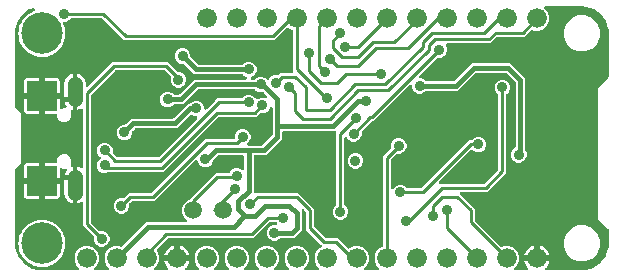
<source format=gbr>
G04 EAGLE Gerber RS-274X export*
G75*
%MOMM*%
%FSLAX34Y34*%
%LPD*%
%INBottom Copper*%
%IPPOS*%
%AMOC8*
5,1,8,0,0,1.08239X$1,22.5*%
G01*
%ADD10C,3.516000*%
%ADD11R,2.500000X2.500000*%
%ADD12C,1.308000*%
%ADD13C,1.676400*%
%ADD14C,1.500000*%
%ADD15C,0.906400*%
%ADD16C,0.254000*%
%ADD17C,0.406400*%

G36*
X310004Y2558D02*
X310004Y2558D01*
X310143Y2571D01*
X310162Y2578D01*
X310182Y2581D01*
X310311Y2632D01*
X310442Y2679D01*
X310459Y2690D01*
X310478Y2698D01*
X310590Y2779D01*
X310705Y2857D01*
X310719Y2873D01*
X310735Y2884D01*
X310824Y2992D01*
X310916Y3096D01*
X310925Y3114D01*
X310938Y3129D01*
X310997Y3255D01*
X311060Y3379D01*
X311065Y3399D01*
X311073Y3417D01*
X311099Y3553D01*
X311130Y3689D01*
X311129Y3710D01*
X311133Y3729D01*
X311124Y3868D01*
X311120Y4007D01*
X311115Y4027D01*
X311113Y4047D01*
X311071Y4179D01*
X311032Y4313D01*
X311022Y4330D01*
X311015Y4349D01*
X310941Y4467D01*
X310870Y4587D01*
X310852Y4608D01*
X310845Y4618D01*
X310830Y4632D01*
X310764Y4707D01*
X308671Y6801D01*
X307085Y10628D01*
X307085Y14772D01*
X308671Y18599D01*
X311601Y21529D01*
X313414Y22280D01*
X313439Y22295D01*
X313467Y22304D01*
X313577Y22373D01*
X313690Y22438D01*
X313711Y22458D01*
X313736Y22474D01*
X313825Y22569D01*
X313918Y22659D01*
X313934Y22684D01*
X313954Y22706D01*
X314017Y22820D01*
X314085Y22930D01*
X314093Y22958D01*
X314108Y22984D01*
X314140Y23110D01*
X314178Y23234D01*
X314180Y23264D01*
X314187Y23292D01*
X314197Y23453D01*
X314197Y99158D01*
X320724Y105684D01*
X320784Y105763D01*
X320852Y105835D01*
X320881Y105888D01*
X320918Y105936D01*
X320958Y106027D01*
X321006Y106113D01*
X321021Y106172D01*
X321045Y106227D01*
X321060Y106325D01*
X321085Y106421D01*
X321091Y106521D01*
X321095Y106542D01*
X321093Y106554D01*
X321095Y106582D01*
X321095Y109256D01*
X322095Y111669D01*
X323941Y113515D01*
X326354Y114515D01*
X328966Y114515D01*
X331379Y113515D01*
X333225Y111669D01*
X334225Y109256D01*
X334225Y106644D01*
X333225Y104231D01*
X331379Y102385D01*
X328966Y101385D01*
X326292Y101385D01*
X326194Y101373D01*
X326095Y101370D01*
X326036Y101353D01*
X325976Y101345D01*
X325884Y101309D01*
X325789Y101281D01*
X325737Y101251D01*
X325681Y101228D01*
X325601Y101170D01*
X325515Y101120D01*
X325440Y101054D01*
X325423Y101042D01*
X325415Y101032D01*
X325394Y101014D01*
X321174Y96794D01*
X321114Y96715D01*
X321046Y96643D01*
X321017Y96590D01*
X320980Y96542D01*
X320940Y96451D01*
X320892Y96365D01*
X320877Y96306D01*
X320853Y96251D01*
X320838Y96153D01*
X320813Y96057D01*
X320807Y95957D01*
X320803Y95936D01*
X320805Y95924D01*
X320803Y95896D01*
X320803Y72494D01*
X320811Y72425D01*
X320810Y72355D01*
X320831Y72268D01*
X320843Y72179D01*
X320868Y72114D01*
X320885Y72046D01*
X320927Y71967D01*
X320960Y71883D01*
X321001Y71827D01*
X321033Y71765D01*
X321094Y71698D01*
X321146Y71626D01*
X321200Y71581D01*
X321247Y71530D01*
X321322Y71480D01*
X321391Y71423D01*
X321455Y71393D01*
X321513Y71355D01*
X321598Y71326D01*
X321679Y71288D01*
X321748Y71274D01*
X321814Y71252D01*
X321903Y71245D01*
X321991Y71228D01*
X322061Y71232D01*
X322131Y71227D01*
X322219Y71242D01*
X322309Y71247D01*
X322375Y71269D01*
X322444Y71281D01*
X322526Y71318D01*
X322611Y71346D01*
X322670Y71383D01*
X322734Y71412D01*
X322804Y71468D01*
X322880Y71516D01*
X322928Y71567D01*
X322982Y71610D01*
X323037Y71682D01*
X323098Y71747D01*
X323132Y71808D01*
X323174Y71864D01*
X323245Y72009D01*
X323365Y72299D01*
X325211Y74145D01*
X327624Y75145D01*
X330236Y75145D01*
X332649Y74145D01*
X334539Y72254D01*
X334618Y72194D01*
X334690Y72126D01*
X334743Y72097D01*
X334791Y72060D01*
X334882Y72020D01*
X334968Y71972D01*
X335027Y71957D01*
X335083Y71933D01*
X335181Y71918D01*
X335276Y71893D01*
X335376Y71887D01*
X335397Y71883D01*
X335409Y71885D01*
X335437Y71883D01*
X346086Y71883D01*
X346184Y71895D01*
X346283Y71898D01*
X346342Y71915D01*
X346402Y71923D01*
X346494Y71959D01*
X346589Y71987D01*
X346641Y72017D01*
X346697Y72040D01*
X346777Y72098D01*
X346863Y72148D01*
X346938Y72214D01*
X346955Y72226D01*
X346963Y72236D01*
X346984Y72254D01*
X387252Y112523D01*
X388463Y112523D01*
X388561Y112535D01*
X388660Y112538D01*
X388718Y112555D01*
X388779Y112563D01*
X388871Y112599D01*
X388966Y112627D01*
X389018Y112657D01*
X389074Y112680D01*
X389154Y112738D01*
X389240Y112788D01*
X389315Y112854D01*
X389332Y112866D01*
X389339Y112876D01*
X389361Y112894D01*
X391251Y114785D01*
X393664Y115785D01*
X396276Y115785D01*
X398689Y114785D01*
X400535Y112939D01*
X401535Y110526D01*
X401535Y107914D01*
X400535Y105501D01*
X398689Y103655D01*
X396276Y102655D01*
X393664Y102655D01*
X391251Y103655D01*
X390386Y104520D01*
X390292Y104593D01*
X390203Y104672D01*
X390167Y104690D01*
X390135Y104715D01*
X390026Y104762D01*
X389919Y104817D01*
X389880Y104825D01*
X389843Y104841D01*
X389725Y104860D01*
X389609Y104886D01*
X389569Y104885D01*
X389529Y104891D01*
X389410Y104880D01*
X389291Y104877D01*
X389252Y104865D01*
X389212Y104861D01*
X389100Y104821D01*
X388986Y104788D01*
X388951Y104768D01*
X388913Y104754D01*
X388814Y104687D01*
X388712Y104627D01*
X388666Y104587D01*
X388650Y104575D01*
X388636Y104560D01*
X388591Y104520D01*
X361930Y77859D01*
X361845Y77750D01*
X361756Y77643D01*
X361748Y77624D01*
X361735Y77608D01*
X361680Y77480D01*
X361621Y77355D01*
X361617Y77335D01*
X361609Y77316D01*
X361587Y77178D01*
X361561Y77042D01*
X361562Y77022D01*
X361559Y77002D01*
X361572Y76863D01*
X361581Y76725D01*
X361587Y76706D01*
X361589Y76686D01*
X361636Y76554D01*
X361679Y76423D01*
X361690Y76405D01*
X361697Y76386D01*
X361775Y76271D01*
X361849Y76154D01*
X361864Y76140D01*
X361875Y76123D01*
X361979Y76031D01*
X362081Y75936D01*
X362098Y75926D01*
X362114Y75913D01*
X362237Y75849D01*
X362359Y75782D01*
X362379Y75777D01*
X362397Y75768D01*
X362533Y75738D01*
X362667Y75703D01*
X362695Y75701D01*
X362707Y75698D01*
X362728Y75699D01*
X362828Y75693D01*
X399426Y75693D01*
X399524Y75705D01*
X399623Y75708D01*
X399682Y75725D01*
X399742Y75733D01*
X399834Y75769D01*
X399929Y75797D01*
X399981Y75827D01*
X400037Y75850D01*
X400117Y75908D01*
X400203Y75958D01*
X400278Y76024D01*
X400295Y76036D01*
X400303Y76046D01*
X400324Y76064D01*
X411616Y87356D01*
X411676Y87435D01*
X411744Y87507D01*
X411773Y87560D01*
X411810Y87608D01*
X411850Y87699D01*
X411898Y87785D01*
X411913Y87844D01*
X411937Y87899D01*
X411952Y87997D01*
X411977Y88093D01*
X411983Y88193D01*
X411987Y88214D01*
X411985Y88226D01*
X411987Y88254D01*
X411987Y150973D01*
X411975Y151071D01*
X411972Y151170D01*
X411955Y151228D01*
X411947Y151289D01*
X411911Y151381D01*
X411883Y151476D01*
X411853Y151528D01*
X411830Y151584D01*
X411772Y151664D01*
X411722Y151750D01*
X411656Y151825D01*
X411644Y151842D01*
X411634Y151849D01*
X411616Y151871D01*
X409725Y153761D01*
X408725Y156174D01*
X408725Y158786D01*
X409725Y161199D01*
X411571Y163045D01*
X413984Y164045D01*
X416596Y164045D01*
X419009Y163045D01*
X420855Y161199D01*
X421855Y158786D01*
X421855Y156174D01*
X420855Y153761D01*
X418964Y151871D01*
X418904Y151792D01*
X418836Y151720D01*
X418807Y151667D01*
X418770Y151619D01*
X418730Y151528D01*
X418682Y151442D01*
X418667Y151383D01*
X418643Y151327D01*
X418628Y151229D01*
X418603Y151134D01*
X418597Y151034D01*
X418593Y151013D01*
X418595Y151001D01*
X418593Y150973D01*
X418593Y84992D01*
X402688Y69087D01*
X380608Y69087D01*
X380470Y69070D01*
X380331Y69057D01*
X380312Y69050D01*
X380292Y69047D01*
X380163Y68996D01*
X380032Y68949D01*
X380015Y68938D01*
X379997Y68930D01*
X379884Y68849D01*
X379769Y68771D01*
X379756Y68755D01*
X379739Y68744D01*
X379651Y68636D01*
X379558Y68532D01*
X379549Y68514D01*
X379536Y68499D01*
X379477Y68373D01*
X379414Y68249D01*
X379409Y68229D01*
X379401Y68211D01*
X379375Y68075D01*
X379344Y67939D01*
X379345Y67918D01*
X379341Y67899D01*
X379350Y67760D01*
X379354Y67621D01*
X379360Y67601D01*
X379361Y67581D01*
X379404Y67449D01*
X379442Y67315D01*
X379453Y67298D01*
X379459Y67279D01*
X379533Y67161D01*
X379604Y67041D01*
X379622Y67020D01*
X379629Y67010D01*
X379644Y66996D01*
X379710Y66921D01*
X389616Y57014D01*
X391923Y54708D01*
X391923Y45074D01*
X391935Y44976D01*
X391938Y44877D01*
X391955Y44818D01*
X391963Y44758D01*
X391999Y44666D01*
X392027Y44571D01*
X392057Y44519D01*
X392080Y44463D01*
X392138Y44383D01*
X392188Y44297D01*
X392254Y44222D01*
X392266Y44205D01*
X392276Y44197D01*
X392294Y44176D01*
X413832Y22639D01*
X413855Y22621D01*
X413874Y22598D01*
X413980Y22524D01*
X414083Y22444D01*
X414110Y22432D01*
X414134Y22415D01*
X414256Y22369D01*
X414375Y22318D01*
X414404Y22313D01*
X414432Y22302D01*
X414561Y22288D01*
X414689Y22268D01*
X414719Y22270D01*
X414748Y22267D01*
X414876Y22285D01*
X415006Y22297D01*
X415034Y22307D01*
X415063Y22312D01*
X415215Y22364D01*
X417028Y23115D01*
X421172Y23115D01*
X424999Y21529D01*
X427929Y18599D01*
X429515Y14772D01*
X429515Y10628D01*
X427929Y6801D01*
X425836Y4707D01*
X425751Y4598D01*
X425662Y4491D01*
X425654Y4472D01*
X425641Y4456D01*
X425586Y4328D01*
X425527Y4203D01*
X425523Y4183D01*
X425515Y4164D01*
X425493Y4026D01*
X425467Y3890D01*
X425468Y3870D01*
X425465Y3850D01*
X425478Y3711D01*
X425487Y3573D01*
X425493Y3554D01*
X425495Y3534D01*
X425542Y3402D01*
X425585Y3271D01*
X425596Y3253D01*
X425602Y3234D01*
X425680Y3119D01*
X425755Y3002D01*
X425770Y2988D01*
X425781Y2971D01*
X425885Y2879D01*
X425986Y2784D01*
X426004Y2774D01*
X426019Y2761D01*
X426144Y2697D01*
X426265Y2630D01*
X426285Y2625D01*
X426303Y2616D01*
X426438Y2586D01*
X426573Y2551D01*
X426601Y2549D01*
X426613Y2546D01*
X426633Y2547D01*
X426734Y2541D01*
X436148Y2541D01*
X436286Y2558D01*
X436424Y2571D01*
X436443Y2578D01*
X436464Y2581D01*
X436593Y2632D01*
X436724Y2679D01*
X436740Y2690D01*
X436759Y2698D01*
X436871Y2779D01*
X436987Y2857D01*
X437000Y2873D01*
X437017Y2884D01*
X437105Y2992D01*
X437197Y3096D01*
X437206Y3114D01*
X437219Y3129D01*
X437279Y3255D01*
X437342Y3379D01*
X437346Y3399D01*
X437355Y3417D01*
X437381Y3554D01*
X437411Y3689D01*
X437411Y3710D01*
X437415Y3729D01*
X437406Y3868D01*
X437402Y4007D01*
X437396Y4027D01*
X437395Y4047D01*
X437352Y4179D01*
X437313Y4313D01*
X437303Y4330D01*
X437297Y4349D01*
X437223Y4467D01*
X437152Y4587D01*
X437133Y4608D01*
X437127Y4618D01*
X437112Y4632D01*
X437045Y4707D01*
X436169Y5584D01*
X435158Y6975D01*
X434377Y8507D01*
X433846Y10142D01*
X433837Y10201D01*
X443270Y10201D01*
X443388Y10216D01*
X443507Y10223D01*
X443545Y10235D01*
X443585Y10241D01*
X443696Y10284D01*
X443809Y10321D01*
X443843Y10343D01*
X443881Y10358D01*
X443977Y10427D01*
X444078Y10491D01*
X444106Y10521D01*
X444138Y10544D01*
X444214Y10636D01*
X444296Y10723D01*
X444315Y10758D01*
X444341Y10789D01*
X444392Y10897D01*
X444449Y11001D01*
X444459Y11041D01*
X444477Y11077D01*
X444497Y11184D01*
X444501Y11154D01*
X444545Y11044D01*
X444581Y10931D01*
X444603Y10896D01*
X444618Y10859D01*
X444688Y10762D01*
X444751Y10662D01*
X444781Y10634D01*
X444805Y10601D01*
X444896Y10525D01*
X444983Y10444D01*
X445019Y10424D01*
X445050Y10399D01*
X445157Y10348D01*
X445262Y10290D01*
X445301Y10280D01*
X445337Y10263D01*
X445454Y10241D01*
X445570Y10211D01*
X445630Y10207D01*
X445650Y10203D01*
X445670Y10205D01*
X445730Y10201D01*
X455163Y10201D01*
X455154Y10142D01*
X454623Y8507D01*
X453842Y6975D01*
X452831Y5584D01*
X451955Y4707D01*
X451870Y4598D01*
X451781Y4491D01*
X451772Y4472D01*
X451760Y4456D01*
X451704Y4328D01*
X451645Y4203D01*
X451641Y4183D01*
X451633Y4164D01*
X451611Y4026D01*
X451585Y3890D01*
X451587Y3870D01*
X451583Y3850D01*
X451596Y3711D01*
X451605Y3573D01*
X451611Y3554D01*
X451613Y3534D01*
X451660Y3402D01*
X451703Y3271D01*
X451714Y3253D01*
X451721Y3234D01*
X451799Y3119D01*
X451873Y3002D01*
X451888Y2988D01*
X451899Y2971D01*
X452003Y2879D01*
X452105Y2784D01*
X452123Y2774D01*
X452138Y2761D01*
X452262Y2698D01*
X452383Y2630D01*
X452403Y2625D01*
X452421Y2616D01*
X452557Y2586D01*
X452691Y2551D01*
X452719Y2549D01*
X452731Y2546D01*
X452752Y2547D01*
X452852Y2541D01*
X482600Y2541D01*
X482622Y2543D01*
X482700Y2545D01*
X486077Y2810D01*
X486145Y2824D01*
X486214Y2829D01*
X486370Y2869D01*
X492794Y4956D01*
X492901Y5006D01*
X493012Y5050D01*
X493063Y5083D01*
X493082Y5091D01*
X493097Y5104D01*
X493148Y5136D01*
X498612Y9107D01*
X498699Y9188D01*
X498746Y9227D01*
X498752Y9231D01*
X498753Y9232D01*
X498791Y9264D01*
X498829Y9310D01*
X498844Y9324D01*
X498855Y9342D01*
X498893Y9388D01*
X502864Y14852D01*
X502921Y14956D01*
X502985Y15056D01*
X503007Y15113D01*
X503017Y15131D01*
X503022Y15151D01*
X503044Y15206D01*
X505131Y21630D01*
X505144Y21698D01*
X505167Y21764D01*
X505190Y21923D01*
X505455Y25300D01*
X505455Y25304D01*
X505456Y25307D01*
X505455Y25326D01*
X505459Y25400D01*
X505459Y36522D01*
X505447Y36620D01*
X505444Y36719D01*
X505427Y36777D01*
X505419Y36837D01*
X505383Y36929D01*
X505355Y37025D01*
X505325Y37077D01*
X505302Y37133D01*
X505244Y37213D01*
X505194Y37298D01*
X505128Y37374D01*
X505116Y37390D01*
X505106Y37398D01*
X505088Y37419D01*
X496569Y45938D01*
X496569Y157262D01*
X505088Y165781D01*
X505148Y165859D01*
X505216Y165931D01*
X505245Y165984D01*
X505282Y166032D01*
X505322Y166123D01*
X505370Y166210D01*
X505385Y166268D01*
X505409Y166324D01*
X505424Y166422D01*
X505449Y166517D01*
X505455Y166618D01*
X505459Y166638D01*
X505457Y166650D01*
X505459Y166678D01*
X505459Y203200D01*
X505457Y203222D01*
X505455Y203300D01*
X505190Y206677D01*
X505176Y206745D01*
X505171Y206814D01*
X505131Y206970D01*
X503044Y213394D01*
X502994Y213501D01*
X502950Y213612D01*
X502917Y213663D01*
X502909Y213682D01*
X502896Y213697D01*
X502864Y213748D01*
X498893Y219212D01*
X498812Y219299D01*
X498736Y219391D01*
X498690Y219429D01*
X498676Y219444D01*
X498658Y219455D01*
X498612Y219493D01*
X493148Y223464D01*
X493044Y223521D01*
X492944Y223585D01*
X492887Y223607D01*
X492869Y223617D01*
X492849Y223622D01*
X492794Y223644D01*
X486370Y225731D01*
X486302Y225744D01*
X486236Y225767D01*
X486077Y225790D01*
X482700Y226055D01*
X482678Y226054D01*
X482600Y226059D01*
X452134Y226059D01*
X451996Y226042D01*
X451857Y226029D01*
X451838Y226022D01*
X451818Y226019D01*
X451689Y225968D01*
X451558Y225921D01*
X451541Y225910D01*
X451522Y225902D01*
X451410Y225821D01*
X451295Y225743D01*
X451281Y225727D01*
X451265Y225716D01*
X451176Y225608D01*
X451084Y225504D01*
X451075Y225486D01*
X451062Y225471D01*
X451003Y225345D01*
X450940Y225221D01*
X450935Y225201D01*
X450927Y225183D01*
X450901Y225047D01*
X450870Y224911D01*
X450871Y224890D01*
X450867Y224871D01*
X450876Y224732D01*
X450880Y224593D01*
X450885Y224573D01*
X450887Y224553D01*
X450929Y224421D01*
X450968Y224287D01*
X450978Y224270D01*
X450985Y224251D01*
X451059Y224133D01*
X451130Y224013D01*
X451148Y223992D01*
X451155Y223982D01*
X451170Y223968D01*
X451236Y223893D01*
X453329Y221799D01*
X454915Y217972D01*
X454915Y213828D01*
X453329Y210001D01*
X450399Y207071D01*
X446572Y205485D01*
X442428Y205485D01*
X440615Y206236D01*
X440587Y206244D01*
X440560Y206258D01*
X440434Y206286D01*
X440308Y206320D01*
X440279Y206321D01*
X440250Y206327D01*
X440120Y206323D01*
X439990Y206325D01*
X439962Y206318D01*
X439932Y206318D01*
X439808Y206281D01*
X439681Y206251D01*
X439655Y206237D01*
X439627Y206229D01*
X439515Y206163D01*
X439400Y206102D01*
X439378Y206083D01*
X439353Y206068D01*
X439232Y205961D01*
X433803Y200532D01*
X411469Y200532D01*
X411371Y200520D01*
X411272Y200517D01*
X411213Y200500D01*
X411153Y200492D01*
X411061Y200456D01*
X410966Y200428D01*
X410914Y200398D01*
X410858Y200375D01*
X410778Y200317D01*
X410692Y200267D01*
X410617Y200201D01*
X410600Y200189D01*
X410592Y200179D01*
X410571Y200161D01*
X405228Y194817D01*
X368641Y194817D01*
X368591Y194811D01*
X368542Y194813D01*
X368434Y194791D01*
X368325Y194777D01*
X368279Y194759D01*
X368230Y194749D01*
X368132Y194701D01*
X368030Y194660D01*
X367989Y194631D01*
X367945Y194609D01*
X367861Y194538D01*
X367772Y194474D01*
X367741Y194435D01*
X367703Y194403D01*
X367640Y194313D01*
X367569Y194229D01*
X367548Y194184D01*
X367520Y194143D01*
X367481Y194040D01*
X367434Y193941D01*
X367425Y193892D01*
X367407Y193846D01*
X367395Y193736D01*
X367374Y193629D01*
X367377Y193579D01*
X367372Y193530D01*
X367387Y193421D01*
X367394Y193311D01*
X367409Y193264D01*
X367416Y193215D01*
X367468Y193062D01*
X368515Y190536D01*
X368515Y187924D01*
X367515Y185511D01*
X365669Y183665D01*
X363256Y182665D01*
X360582Y182665D01*
X360484Y182653D01*
X360385Y182650D01*
X360326Y182633D01*
X360266Y182625D01*
X360174Y182589D01*
X360079Y182561D01*
X360027Y182531D01*
X359971Y182508D01*
X359891Y182450D01*
X359805Y182400D01*
X359730Y182334D01*
X359713Y182322D01*
X359705Y182312D01*
X359684Y182294D01*
X344872Y167481D01*
X344787Y167372D01*
X344698Y167265D01*
X344690Y167246D01*
X344677Y167230D01*
X344622Y167102D01*
X344563Y166977D01*
X344559Y166957D01*
X344551Y166938D01*
X344529Y166800D01*
X344503Y166664D01*
X344504Y166644D01*
X344501Y166624D01*
X344514Y166485D01*
X344523Y166347D01*
X344529Y166328D01*
X344531Y166308D01*
X344578Y166176D01*
X344621Y166045D01*
X344632Y166027D01*
X344639Y166008D01*
X344717Y165893D01*
X344791Y165776D01*
X344806Y165762D01*
X344817Y165745D01*
X344921Y165653D01*
X345023Y165558D01*
X345040Y165548D01*
X345056Y165535D01*
X345179Y165471D01*
X345301Y165404D01*
X345321Y165399D01*
X345339Y165390D01*
X345475Y165360D01*
X345609Y165325D01*
X345637Y165323D01*
X345649Y165320D01*
X345670Y165321D01*
X345770Y165315D01*
X346746Y165315D01*
X349159Y164315D01*
X350287Y163186D01*
X350366Y163126D01*
X350438Y163058D01*
X350491Y163029D01*
X350539Y162992D01*
X350630Y162952D01*
X350716Y162904D01*
X350775Y162889D01*
X350831Y162865D01*
X350929Y162850D01*
X351024Y162825D01*
X351124Y162819D01*
X351145Y162815D01*
X351157Y162817D01*
X351185Y162815D01*
X373711Y162815D01*
X373809Y162827D01*
X373908Y162830D01*
X373966Y162847D01*
X374026Y162855D01*
X374118Y162891D01*
X374213Y162919D01*
X374265Y162949D01*
X374322Y162972D01*
X374402Y163030D01*
X374487Y163080D01*
X374563Y163146D01*
X374579Y163158D01*
X374587Y163168D01*
X374608Y163186D01*
X389476Y178055D01*
X422054Y178055D01*
X434595Y165514D01*
X434595Y104805D01*
X434607Y104706D01*
X434610Y104607D01*
X434627Y104549D01*
X434635Y104489D01*
X434671Y104397D01*
X434699Y104302D01*
X434729Y104250D01*
X434752Y104194D01*
X434783Y104150D01*
X435825Y101636D01*
X435825Y99024D01*
X434825Y96611D01*
X432979Y94765D01*
X430566Y93765D01*
X427954Y93765D01*
X425541Y94765D01*
X423695Y96611D01*
X422695Y99024D01*
X422695Y101636D01*
X423695Y104049D01*
X425541Y105895D01*
X425682Y105953D01*
X425707Y105968D01*
X425735Y105977D01*
X425845Y106047D01*
X425958Y106111D01*
X425979Y106131D01*
X426004Y106147D01*
X426093Y106242D01*
X426186Y106332D01*
X426202Y106357D01*
X426222Y106379D01*
X426285Y106493D01*
X426353Y106603D01*
X426361Y106632D01*
X426376Y106657D01*
X426408Y106783D01*
X426446Y106907D01*
X426448Y106937D01*
X426455Y106965D01*
X426465Y107126D01*
X426465Y161621D01*
X426453Y161719D01*
X426450Y161818D01*
X426433Y161876D01*
X426425Y161936D01*
X426389Y162028D01*
X426361Y162123D01*
X426331Y162175D01*
X426308Y162232D01*
X426250Y162312D01*
X426200Y162397D01*
X426134Y162473D01*
X426122Y162489D01*
X426112Y162497D01*
X426094Y162518D01*
X419058Y169554D01*
X418980Y169614D01*
X418908Y169682D01*
X418855Y169711D01*
X418807Y169748D01*
X418716Y169788D01*
X418629Y169836D01*
X418571Y169851D01*
X418515Y169875D01*
X418417Y169890D01*
X418321Y169915D01*
X418221Y169921D01*
X418201Y169925D01*
X418189Y169923D01*
X418161Y169925D01*
X393369Y169925D01*
X393271Y169913D01*
X393172Y169910D01*
X393114Y169893D01*
X393054Y169885D01*
X392962Y169849D01*
X392867Y169821D01*
X392815Y169791D01*
X392758Y169768D01*
X392678Y169710D01*
X392593Y169660D01*
X392517Y169594D01*
X392501Y169582D01*
X392493Y169572D01*
X392472Y169554D01*
X377604Y154685D01*
X351185Y154685D01*
X351087Y154673D01*
X350988Y154670D01*
X350930Y154653D01*
X350869Y154645D01*
X350777Y154609D01*
X350682Y154581D01*
X350630Y154551D01*
X350574Y154528D01*
X350494Y154470D01*
X350408Y154420D01*
X350333Y154354D01*
X350316Y154342D01*
X350309Y154332D01*
X350287Y154314D01*
X349159Y153185D01*
X346746Y152185D01*
X344134Y152185D01*
X341721Y153185D01*
X339875Y155031D01*
X338875Y157444D01*
X338875Y158420D01*
X338858Y158558D01*
X338845Y158697D01*
X338838Y158716D01*
X338835Y158736D01*
X338784Y158865D01*
X338737Y158996D01*
X338726Y159013D01*
X338718Y159031D01*
X338637Y159144D01*
X338559Y159259D01*
X338543Y159272D01*
X338532Y159289D01*
X338424Y159377D01*
X338320Y159470D01*
X338302Y159479D01*
X338287Y159492D01*
X338161Y159551D01*
X338037Y159614D01*
X338017Y159619D01*
X337999Y159627D01*
X337863Y159653D01*
X337727Y159684D01*
X337706Y159683D01*
X337687Y159687D01*
X337548Y159678D01*
X337409Y159674D01*
X337389Y159668D01*
X337369Y159667D01*
X337237Y159624D01*
X337103Y159586D01*
X337086Y159575D01*
X337067Y159569D01*
X336949Y159495D01*
X336829Y159424D01*
X336808Y159406D01*
X336798Y159399D01*
X336784Y159384D01*
X336709Y159318D01*
X306168Y128777D01*
X305424Y128777D01*
X305326Y128765D01*
X305227Y128762D01*
X305168Y128745D01*
X305108Y128737D01*
X305016Y128701D01*
X304921Y128673D01*
X304869Y128643D01*
X304813Y128620D01*
X304733Y128562D01*
X304647Y128512D01*
X304572Y128446D01*
X304555Y128434D01*
X304547Y128424D01*
X304526Y128406D01*
X296496Y120376D01*
X296436Y120297D01*
X296368Y120225D01*
X296339Y120172D01*
X296302Y120124D01*
X296262Y120033D01*
X296214Y119947D01*
X296199Y119888D01*
X296175Y119833D01*
X296160Y119735D01*
X296135Y119639D01*
X296129Y119539D01*
X296125Y119518D01*
X296127Y119506D01*
X296125Y119478D01*
X296125Y116804D01*
X295125Y114391D01*
X293279Y112545D01*
X290866Y111545D01*
X288254Y111545D01*
X285841Y112545D01*
X283995Y114391D01*
X283875Y114681D01*
X283840Y114742D01*
X283814Y114807D01*
X283762Y114879D01*
X283717Y114958D01*
X283668Y115008D01*
X283628Y115064D01*
X283558Y115121D01*
X283496Y115186D01*
X283436Y115222D01*
X283383Y115267D01*
X283301Y115305D01*
X283225Y115352D01*
X283158Y115373D01*
X283095Y115402D01*
X283007Y115419D01*
X282921Y115446D01*
X282851Y115449D01*
X282782Y115462D01*
X282693Y115457D01*
X282603Y115461D01*
X282535Y115447D01*
X282465Y115443D01*
X282380Y115415D01*
X282292Y115397D01*
X282229Y115366D01*
X282163Y115344D01*
X282087Y115296D01*
X282006Y115257D01*
X281953Y115212D01*
X281894Y115174D01*
X281832Y115109D01*
X281764Y115051D01*
X281724Y114994D01*
X281676Y114943D01*
X281633Y114864D01*
X281581Y114791D01*
X281556Y114725D01*
X281522Y114664D01*
X281500Y114577D01*
X281468Y114493D01*
X281460Y114424D01*
X281443Y114356D01*
X281433Y114196D01*
X281433Y58577D01*
X281445Y58479D01*
X281448Y58380D01*
X281465Y58322D01*
X281473Y58261D01*
X281509Y58169D01*
X281537Y58074D01*
X281567Y58022D01*
X281590Y57966D01*
X281648Y57886D01*
X281698Y57800D01*
X281764Y57725D01*
X281776Y57708D01*
X281786Y57701D01*
X281804Y57679D01*
X283695Y55789D01*
X284695Y53376D01*
X284695Y50764D01*
X283695Y48351D01*
X281849Y46505D01*
X279436Y45505D01*
X276824Y45505D01*
X274411Y46505D01*
X272565Y48351D01*
X271565Y50764D01*
X271565Y53376D01*
X272565Y55789D01*
X274456Y57679D01*
X274516Y57758D01*
X274584Y57830D01*
X274613Y57883D01*
X274650Y57931D01*
X274690Y58022D01*
X274738Y58108D01*
X274753Y58167D01*
X274777Y58223D01*
X274792Y58321D01*
X274817Y58416D01*
X274823Y58516D01*
X274827Y58537D01*
X274825Y58549D01*
X274827Y58577D01*
X274827Y119126D01*
X274812Y119244D01*
X274805Y119363D01*
X274792Y119401D01*
X274787Y119442D01*
X274744Y119552D01*
X274707Y119665D01*
X274685Y119700D01*
X274670Y119737D01*
X274601Y119833D01*
X274537Y119934D01*
X274507Y119962D01*
X274484Y119995D01*
X274392Y120071D01*
X274305Y120152D01*
X274270Y120172D01*
X274239Y120197D01*
X274131Y120248D01*
X274027Y120306D01*
X273987Y120316D01*
X273951Y120333D01*
X273834Y120355D01*
X273719Y120385D01*
X273659Y120389D01*
X273639Y120393D01*
X273618Y120391D01*
X273558Y120395D01*
X230124Y120395D01*
X230006Y120380D01*
X229887Y120373D01*
X229849Y120360D01*
X229808Y120355D01*
X229698Y120312D01*
X229585Y120275D01*
X229550Y120253D01*
X229513Y120238D01*
X229417Y120169D01*
X229316Y120105D01*
X229288Y120075D01*
X229255Y120052D01*
X229179Y119960D01*
X229098Y119873D01*
X229078Y119838D01*
X229053Y119807D01*
X229002Y119699D01*
X228944Y119595D01*
X228934Y119555D01*
X228917Y119519D01*
X228895Y119402D01*
X228865Y119287D01*
X228861Y119227D01*
X228857Y119207D01*
X228859Y119186D01*
X228855Y119126D01*
X228855Y113886D01*
X215044Y100075D01*
X205994Y100075D01*
X205876Y100060D01*
X205757Y100053D01*
X205719Y100040D01*
X205678Y100035D01*
X205568Y99992D01*
X205455Y99955D01*
X205420Y99933D01*
X205383Y99918D01*
X205287Y99849D01*
X205186Y99785D01*
X205158Y99755D01*
X205125Y99732D01*
X205049Y99640D01*
X204968Y99553D01*
X204948Y99518D01*
X204923Y99487D01*
X204872Y99379D01*
X204814Y99275D01*
X204804Y99235D01*
X204787Y99199D01*
X204765Y99082D01*
X204735Y98967D01*
X204731Y98907D01*
X204727Y98887D01*
X204729Y98866D01*
X204725Y98806D01*
X204725Y68950D01*
X204742Y68812D01*
X204755Y68673D01*
X204762Y68654D01*
X204765Y68634D01*
X204816Y68505D01*
X204863Y68374D01*
X204874Y68357D01*
X204882Y68339D01*
X204963Y68226D01*
X205041Y68111D01*
X205057Y68098D01*
X205068Y68081D01*
X205176Y67992D01*
X205280Y67900D01*
X205298Y67891D01*
X205313Y67878D01*
X205439Y67819D01*
X205563Y67756D01*
X205583Y67751D01*
X205601Y67743D01*
X205737Y67717D01*
X205873Y67686D01*
X205894Y67687D01*
X205913Y67683D01*
X206052Y67692D01*
X206191Y67696D01*
X206211Y67702D01*
X206231Y67703D01*
X206363Y67746D01*
X206497Y67784D01*
X206514Y67795D01*
X206533Y67801D01*
X206651Y67875D01*
X206771Y67946D01*
X206792Y67964D01*
X206802Y67971D01*
X206816Y67986D01*
X206892Y68052D01*
X206912Y68073D01*
X242668Y68073D01*
X256033Y54708D01*
X256033Y39994D01*
X256045Y39896D01*
X256048Y39797D01*
X256065Y39738D01*
X256073Y39678D01*
X256109Y39586D01*
X256137Y39491D01*
X256167Y39439D01*
X256190Y39383D01*
X256248Y39303D01*
X256298Y39217D01*
X256364Y39142D01*
X256376Y39125D01*
X256386Y39117D01*
X256404Y39096D01*
X265156Y30344D01*
X265235Y30284D01*
X265307Y30216D01*
X265360Y30187D01*
X265408Y30150D01*
X265499Y30110D01*
X265585Y30062D01*
X265644Y30047D01*
X265699Y30023D01*
X265797Y30008D01*
X265893Y29983D01*
X265993Y29977D01*
X266014Y29973D01*
X266026Y29975D01*
X266054Y29973D01*
X275688Y29973D01*
X284269Y21392D01*
X284363Y21319D01*
X284452Y21240D01*
X284488Y21222D01*
X284520Y21197D01*
X284629Y21150D01*
X284735Y21096D01*
X284775Y21087D01*
X284812Y21071D01*
X284929Y21052D01*
X285045Y21026D01*
X285086Y21027D01*
X285126Y21021D01*
X285245Y21032D01*
X285363Y21036D01*
X285402Y21047D01*
X285442Y21051D01*
X285555Y21091D01*
X285669Y21124D01*
X285704Y21145D01*
X285742Y21158D01*
X285840Y21225D01*
X285943Y21286D01*
X285988Y21326D01*
X286005Y21337D01*
X286018Y21352D01*
X286064Y21392D01*
X286201Y21529D01*
X290028Y23115D01*
X294172Y23115D01*
X297999Y21529D01*
X300929Y18599D01*
X302515Y14772D01*
X302515Y10628D01*
X300929Y6801D01*
X298836Y4707D01*
X298751Y4598D01*
X298662Y4491D01*
X298654Y4472D01*
X298641Y4456D01*
X298586Y4328D01*
X298527Y4203D01*
X298523Y4183D01*
X298515Y4164D01*
X298493Y4026D01*
X298467Y3890D01*
X298468Y3870D01*
X298465Y3850D01*
X298478Y3711D01*
X298487Y3573D01*
X298493Y3554D01*
X298495Y3534D01*
X298542Y3402D01*
X298585Y3271D01*
X298596Y3253D01*
X298602Y3234D01*
X298680Y3119D01*
X298755Y3002D01*
X298770Y2988D01*
X298781Y2971D01*
X298885Y2879D01*
X298986Y2784D01*
X299004Y2774D01*
X299019Y2761D01*
X299144Y2697D01*
X299265Y2630D01*
X299285Y2625D01*
X299303Y2616D01*
X299438Y2586D01*
X299573Y2551D01*
X299601Y2549D01*
X299613Y2546D01*
X299633Y2547D01*
X299734Y2541D01*
X309866Y2541D01*
X310004Y2558D01*
G37*
G36*
X56004Y2558D02*
X56004Y2558D01*
X56143Y2571D01*
X56162Y2578D01*
X56182Y2581D01*
X56311Y2632D01*
X56442Y2679D01*
X56459Y2690D01*
X56478Y2698D01*
X56590Y2779D01*
X56705Y2857D01*
X56719Y2873D01*
X56735Y2884D01*
X56824Y2992D01*
X56916Y3096D01*
X56925Y3114D01*
X56938Y3129D01*
X56997Y3255D01*
X57060Y3379D01*
X57065Y3399D01*
X57073Y3417D01*
X57099Y3553D01*
X57130Y3689D01*
X57129Y3710D01*
X57133Y3729D01*
X57124Y3868D01*
X57120Y4007D01*
X57115Y4027D01*
X57113Y4047D01*
X57071Y4179D01*
X57032Y4313D01*
X57022Y4330D01*
X57015Y4349D01*
X56941Y4467D01*
X56870Y4587D01*
X56852Y4608D01*
X56845Y4618D01*
X56830Y4632D01*
X56764Y4707D01*
X54671Y6801D01*
X53085Y10628D01*
X53085Y14772D01*
X54671Y18599D01*
X57601Y21529D01*
X61428Y23115D01*
X65572Y23115D01*
X69399Y21529D01*
X72329Y18599D01*
X73915Y14772D01*
X73915Y10628D01*
X72329Y6801D01*
X70236Y4707D01*
X70151Y4598D01*
X70062Y4491D01*
X70054Y4472D01*
X70041Y4456D01*
X69986Y4328D01*
X69927Y4203D01*
X69923Y4183D01*
X69915Y4164D01*
X69893Y4026D01*
X69867Y3890D01*
X69868Y3870D01*
X69865Y3850D01*
X69878Y3711D01*
X69887Y3573D01*
X69893Y3554D01*
X69895Y3534D01*
X69942Y3402D01*
X69985Y3271D01*
X69996Y3253D01*
X70002Y3234D01*
X70080Y3119D01*
X70155Y3002D01*
X70170Y2988D01*
X70181Y2971D01*
X70285Y2879D01*
X70386Y2784D01*
X70404Y2774D01*
X70419Y2761D01*
X70544Y2697D01*
X70665Y2630D01*
X70685Y2625D01*
X70703Y2616D01*
X70838Y2586D01*
X70973Y2551D01*
X71001Y2549D01*
X71013Y2546D01*
X71033Y2547D01*
X71134Y2541D01*
X81266Y2541D01*
X81404Y2558D01*
X81543Y2571D01*
X81562Y2578D01*
X81582Y2581D01*
X81711Y2632D01*
X81842Y2679D01*
X81859Y2690D01*
X81878Y2698D01*
X81990Y2779D01*
X82105Y2857D01*
X82119Y2873D01*
X82135Y2884D01*
X82224Y2992D01*
X82316Y3096D01*
X82325Y3114D01*
X82338Y3129D01*
X82397Y3255D01*
X82460Y3379D01*
X82465Y3399D01*
X82473Y3417D01*
X82499Y3553D01*
X82530Y3689D01*
X82529Y3710D01*
X82533Y3729D01*
X82524Y3868D01*
X82520Y4007D01*
X82515Y4027D01*
X82513Y4047D01*
X82471Y4179D01*
X82432Y4313D01*
X82422Y4330D01*
X82415Y4349D01*
X82341Y4467D01*
X82270Y4587D01*
X82252Y4608D01*
X82245Y4618D01*
X82230Y4632D01*
X82164Y4707D01*
X80071Y6801D01*
X78485Y10628D01*
X78485Y14772D01*
X80071Y18599D01*
X83001Y21529D01*
X86828Y23115D01*
X90972Y23115D01*
X92023Y22679D01*
X92051Y22671D01*
X92078Y22658D01*
X92204Y22630D01*
X92330Y22595D01*
X92359Y22595D01*
X92388Y22588D01*
X92518Y22592D01*
X92648Y22590D01*
X92676Y22597D01*
X92706Y22598D01*
X92830Y22634D01*
X92957Y22664D01*
X92983Y22678D01*
X93011Y22686D01*
X93123Y22752D01*
X93238Y22813D01*
X93260Y22833D01*
X93285Y22848D01*
X93406Y22954D01*
X111134Y40682D01*
X113886Y43435D01*
X147030Y43435D01*
X147167Y43452D01*
X147306Y43465D01*
X147325Y43472D01*
X147345Y43475D01*
X147474Y43526D01*
X147605Y43573D01*
X147622Y43584D01*
X147641Y43592D01*
X147753Y43673D01*
X147869Y43751D01*
X147882Y43767D01*
X147898Y43778D01*
X147987Y43886D01*
X148079Y43990D01*
X148088Y44008D01*
X148101Y44023D01*
X148160Y44149D01*
X148224Y44273D01*
X148228Y44293D01*
X148237Y44311D01*
X148263Y44447D01*
X148293Y44583D01*
X148293Y44604D01*
X148296Y44623D01*
X148288Y44762D01*
X148284Y44901D01*
X148278Y44921D01*
X148277Y44941D01*
X148234Y45072D01*
X148195Y45207D01*
X148185Y45224D01*
X148179Y45243D01*
X148104Y45361D01*
X148034Y45481D01*
X148015Y45502D01*
X148008Y45512D01*
X147993Y45526D01*
X147927Y45601D01*
X145589Y47940D01*
X144137Y51444D01*
X144137Y55236D01*
X145589Y58740D01*
X148270Y61421D01*
X150069Y62167D01*
X150077Y62171D01*
X150086Y62174D01*
X150215Y62250D01*
X150346Y62324D01*
X150352Y62331D01*
X150360Y62335D01*
X150481Y62442D01*
X152674Y64634D01*
X172622Y84583D01*
X183388Y84583D01*
X183418Y84586D01*
X183447Y84584D01*
X183575Y84606D01*
X183704Y84623D01*
X183731Y84633D01*
X183760Y84638D01*
X183879Y84692D01*
X184000Y84740D01*
X184023Y84757D01*
X184050Y84769D01*
X184152Y84850D01*
X184257Y84926D01*
X184276Y84949D01*
X184299Y84968D01*
X184377Y85071D01*
X184460Y85171D01*
X184472Y85198D01*
X184490Y85222D01*
X184561Y85366D01*
X184935Y86269D01*
X186781Y88115D01*
X189194Y89115D01*
X191806Y89115D01*
X194219Y88115D01*
X194428Y87905D01*
X194524Y87832D01*
X194532Y87824D01*
X194538Y87820D01*
X194645Y87732D01*
X194664Y87723D01*
X194680Y87710D01*
X194807Y87655D01*
X194933Y87596D01*
X194953Y87592D01*
X194972Y87584D01*
X195109Y87562D01*
X195246Y87536D01*
X195266Y87537D01*
X195286Y87534D01*
X195424Y87547D01*
X195563Y87556D01*
X195582Y87562D01*
X195602Y87564D01*
X195734Y87611D01*
X195865Y87654D01*
X195882Y87665D01*
X195902Y87672D01*
X196017Y87750D01*
X196134Y87824D01*
X196148Y87839D01*
X196165Y87850D01*
X196257Y87954D01*
X196352Y88056D01*
X196362Y88073D01*
X196375Y88089D01*
X196439Y88213D01*
X196506Y88334D01*
X196511Y88354D01*
X196520Y88372D01*
X196550Y88508D01*
X196585Y88642D01*
X196587Y88670D01*
X196590Y88682D01*
X196589Y88703D01*
X196595Y88803D01*
X196595Y98806D01*
X196580Y98924D01*
X196573Y99043D01*
X196560Y99081D01*
X196555Y99122D01*
X196512Y99232D01*
X196475Y99345D01*
X196453Y99380D01*
X196438Y99417D01*
X196369Y99513D01*
X196305Y99614D01*
X196275Y99642D01*
X196252Y99675D01*
X196160Y99751D01*
X196073Y99832D01*
X196038Y99852D01*
X196007Y99877D01*
X195899Y99928D01*
X195795Y99986D01*
X195755Y99996D01*
X195719Y100013D01*
X195602Y100035D01*
X195487Y100065D01*
X195427Y100069D01*
X195407Y100073D01*
X195386Y100071D01*
X195326Y100075D01*
X174929Y100075D01*
X174831Y100063D01*
X174732Y100060D01*
X174674Y100043D01*
X174614Y100035D01*
X174522Y99999D01*
X174427Y99971D01*
X174375Y99941D01*
X174318Y99918D01*
X174238Y99860D01*
X174153Y99810D01*
X174077Y99744D01*
X174061Y99732D01*
X174053Y99722D01*
X174032Y99704D01*
X170766Y96438D01*
X170706Y96360D01*
X170638Y96288D01*
X170609Y96235D01*
X170572Y96187D01*
X170532Y96096D01*
X170484Y96009D01*
X170469Y95951D01*
X170445Y95895D01*
X170430Y95797D01*
X170405Y95701D01*
X170399Y95601D01*
X170395Y95581D01*
X170397Y95569D01*
X170395Y95541D01*
X170395Y95214D01*
X169395Y92801D01*
X167549Y90955D01*
X165136Y89955D01*
X162524Y89955D01*
X160111Y90955D01*
X158265Y92801D01*
X157181Y95418D01*
X157156Y95461D01*
X157139Y95508D01*
X157078Y95599D01*
X157023Y95694D01*
X156989Y95730D01*
X156961Y95771D01*
X156878Y95844D01*
X156802Y95923D01*
X156760Y95949D01*
X156722Y95982D01*
X156624Y96032D01*
X156531Y96089D01*
X156483Y96104D01*
X156439Y96126D01*
X156332Y96150D01*
X156227Y96183D01*
X156177Y96185D01*
X156129Y96196D01*
X156019Y96193D01*
X155909Y96198D01*
X155861Y96188D01*
X155811Y96186D01*
X155705Y96156D01*
X155598Y96134D01*
X155553Y96112D01*
X155505Y96098D01*
X155411Y96042D01*
X155312Y95994D01*
X155274Y95962D01*
X155232Y95936D01*
X155111Y95830D01*
X120748Y61467D01*
X102224Y61467D01*
X102126Y61455D01*
X102027Y61452D01*
X101968Y61435D01*
X101908Y61427D01*
X101816Y61391D01*
X101721Y61363D01*
X101669Y61333D01*
X101613Y61310D01*
X101533Y61252D01*
X101447Y61202D01*
X101372Y61136D01*
X101355Y61124D01*
X101347Y61114D01*
X101326Y61096D01*
X99646Y59416D01*
X99586Y59337D01*
X99518Y59265D01*
X99489Y59212D01*
X99452Y59164D01*
X99412Y59073D01*
X99364Y58987D01*
X99349Y58928D01*
X99325Y58873D01*
X99310Y58775D01*
X99285Y58679D01*
X99279Y58579D01*
X99275Y58558D01*
X99277Y58546D01*
X99275Y58518D01*
X99275Y55844D01*
X98275Y53431D01*
X96429Y51585D01*
X94016Y50585D01*
X91404Y50585D01*
X88991Y51585D01*
X87145Y53431D01*
X86145Y55844D01*
X86145Y58456D01*
X87145Y60869D01*
X88991Y62715D01*
X91404Y63715D01*
X94078Y63715D01*
X94176Y63727D01*
X94275Y63730D01*
X94334Y63747D01*
X94394Y63755D01*
X94486Y63791D01*
X94581Y63819D01*
X94633Y63849D01*
X94689Y63872D01*
X94769Y63930D01*
X94855Y63980D01*
X94930Y64046D01*
X94947Y64058D01*
X94955Y64068D01*
X94976Y64086D01*
X98962Y68073D01*
X117486Y68073D01*
X117584Y68085D01*
X117683Y68088D01*
X117742Y68105D01*
X117802Y68113D01*
X117894Y68149D01*
X117989Y68177D01*
X118041Y68207D01*
X118097Y68230D01*
X118177Y68288D01*
X118263Y68338D01*
X118338Y68404D01*
X118355Y68416D01*
X118363Y68426D01*
X118384Y68444D01*
X163732Y113793D01*
X187746Y113793D01*
X187864Y113808D01*
X187983Y113815D01*
X188021Y113828D01*
X188062Y113833D01*
X188172Y113876D01*
X188285Y113913D01*
X188320Y113935D01*
X188357Y113950D01*
X188453Y114019D01*
X188554Y114083D01*
X188582Y114113D01*
X188615Y114136D01*
X188691Y114228D01*
X188772Y114315D01*
X188792Y114350D01*
X188817Y114381D01*
X188868Y114489D01*
X188926Y114593D01*
X188936Y114633D01*
X188953Y114669D01*
X188975Y114786D01*
X189005Y114901D01*
X189009Y114961D01*
X189013Y114981D01*
X189011Y115002D01*
X189015Y115062D01*
X189015Y116876D01*
X190015Y119289D01*
X191861Y121135D01*
X194274Y122135D01*
X196886Y122135D01*
X199299Y121135D01*
X201145Y119289D01*
X202145Y116876D01*
X202145Y114264D01*
X201145Y111851D01*
X199665Y110371D01*
X199580Y110262D01*
X199492Y110155D01*
X199483Y110136D01*
X199470Y110120D01*
X199415Y109992D01*
X199356Y109867D01*
X199352Y109847D01*
X199344Y109828D01*
X199322Y109690D01*
X199296Y109554D01*
X199297Y109534D01*
X199294Y109514D01*
X199307Y109375D01*
X199316Y109237D01*
X199322Y109218D01*
X199324Y109198D01*
X199371Y109066D01*
X199414Y108935D01*
X199425Y108917D01*
X199432Y108898D01*
X199510Y108783D01*
X199584Y108666D01*
X199599Y108652D01*
X199610Y108635D01*
X199715Y108543D01*
X199816Y108448D01*
X199833Y108438D01*
X199849Y108425D01*
X199973Y108361D01*
X200094Y108294D01*
X200114Y108289D01*
X200132Y108280D01*
X200268Y108250D01*
X200402Y108215D01*
X200430Y108213D01*
X200442Y108210D01*
X200463Y108211D01*
X200563Y108205D01*
X211151Y108205D01*
X211249Y108217D01*
X211348Y108220D01*
X211406Y108237D01*
X211466Y108245D01*
X211558Y108281D01*
X211653Y108309D01*
X211705Y108339D01*
X211762Y108362D01*
X211842Y108420D01*
X211927Y108470D01*
X212003Y108536D01*
X212019Y108548D01*
X212027Y108558D01*
X212048Y108576D01*
X220354Y116882D01*
X220414Y116960D01*
X220482Y117032D01*
X220511Y117085D01*
X220548Y117133D01*
X220588Y117224D01*
X220636Y117311D01*
X220651Y117369D01*
X220675Y117425D01*
X220690Y117523D01*
X220715Y117619D01*
X220721Y117719D01*
X220725Y117739D01*
X220723Y117751D01*
X220725Y117779D01*
X220725Y139552D01*
X220717Y139621D01*
X220718Y139691D01*
X220697Y139778D01*
X220685Y139868D01*
X220660Y139932D01*
X220643Y140000D01*
X220601Y140080D01*
X220568Y140163D01*
X220527Y140220D01*
X220495Y140281D01*
X220434Y140348D01*
X220382Y140421D01*
X220328Y140465D01*
X220281Y140517D01*
X220206Y140566D01*
X220137Y140623D01*
X220073Y140653D01*
X220015Y140691D01*
X219930Y140721D01*
X219849Y140759D01*
X219780Y140772D01*
X219714Y140795D01*
X219625Y140802D01*
X219537Y140819D01*
X219467Y140814D01*
X219397Y140820D01*
X219309Y140805D01*
X219219Y140799D01*
X219153Y140777D01*
X219084Y140765D01*
X219002Y140729D01*
X218917Y140701D01*
X218858Y140664D01*
X218794Y140635D01*
X218724Y140579D01*
X218648Y140531D01*
X218600Y140480D01*
X218546Y140436D01*
X218491Y140365D01*
X218430Y140299D01*
X218396Y140238D01*
X218354Y140182D01*
X218283Y140038D01*
X217655Y138521D01*
X215809Y136675D01*
X213396Y135675D01*
X210722Y135675D01*
X210624Y135663D01*
X210525Y135660D01*
X210466Y135643D01*
X210406Y135635D01*
X210314Y135599D01*
X210219Y135571D01*
X210167Y135541D01*
X210111Y135518D01*
X210031Y135460D01*
X209945Y135410D01*
X209870Y135344D01*
X209853Y135332D01*
X209845Y135322D01*
X209824Y135304D01*
X207108Y132587D01*
X175884Y132587D01*
X175786Y132575D01*
X175687Y132572D01*
X175628Y132555D01*
X175568Y132547D01*
X175476Y132511D01*
X175381Y132483D01*
X175329Y132453D01*
X175273Y132430D01*
X175193Y132372D01*
X175107Y132322D01*
X175032Y132256D01*
X175015Y132244D01*
X175007Y132234D01*
X174986Y132216D01*
X128368Y85597D01*
X82041Y85597D01*
X82032Y85596D01*
X82023Y85597D01*
X81874Y85576D01*
X81726Y85557D01*
X81717Y85554D01*
X81708Y85553D01*
X81556Y85501D01*
X80046Y84875D01*
X77434Y84875D01*
X75021Y85875D01*
X73175Y87721D01*
X72175Y90134D01*
X72175Y92746D01*
X73175Y95159D01*
X74909Y96892D01*
X74982Y96987D01*
X75060Y97076D01*
X75079Y97112D01*
X75104Y97144D01*
X75151Y97253D01*
X75205Y97359D01*
X75214Y97398D01*
X75230Y97436D01*
X75249Y97553D01*
X75275Y97669D01*
X75273Y97710D01*
X75280Y97750D01*
X75269Y97868D01*
X75265Y97987D01*
X75254Y98026D01*
X75250Y98066D01*
X75210Y98179D01*
X75177Y98293D01*
X75156Y98327D01*
X75142Y98366D01*
X75075Y98464D01*
X75015Y98567D01*
X74975Y98612D01*
X74964Y98629D01*
X74948Y98642D01*
X74909Y98687D01*
X73175Y100421D01*
X72175Y102834D01*
X72175Y105446D01*
X73175Y107859D01*
X75021Y109705D01*
X77434Y110705D01*
X80046Y110705D01*
X82459Y109705D01*
X84305Y107859D01*
X85305Y105446D01*
X85305Y102772D01*
X85317Y102674D01*
X85320Y102575D01*
X85337Y102516D01*
X85345Y102456D01*
X85381Y102364D01*
X85409Y102269D01*
X85439Y102217D01*
X85462Y102161D01*
X85520Y102081D01*
X85570Y101995D01*
X85636Y101920D01*
X85648Y101903D01*
X85658Y101895D01*
X85676Y101874D01*
X88626Y98924D01*
X88705Y98864D01*
X88777Y98796D01*
X88830Y98767D01*
X88878Y98730D01*
X88969Y98690D01*
X89055Y98642D01*
X89114Y98627D01*
X89169Y98603D01*
X89267Y98588D01*
X89363Y98563D01*
X89463Y98557D01*
X89484Y98553D01*
X89496Y98555D01*
X89524Y98553D01*
X123836Y98553D01*
X123934Y98565D01*
X124033Y98568D01*
X124092Y98585D01*
X124152Y98593D01*
X124244Y98629D01*
X124339Y98657D01*
X124391Y98687D01*
X124447Y98710D01*
X124527Y98768D01*
X124613Y98818D01*
X124688Y98884D01*
X124705Y98896D01*
X124713Y98906D01*
X124734Y98924D01*
X156778Y130969D01*
X156863Y131078D01*
X156952Y131185D01*
X156960Y131204D01*
X156973Y131220D01*
X157028Y131348D01*
X157087Y131473D01*
X157091Y131493D01*
X157099Y131512D01*
X157121Y131650D01*
X157147Y131786D01*
X157146Y131806D01*
X157149Y131826D01*
X157136Y131964D01*
X157127Y132103D01*
X157121Y132122D01*
X157119Y132142D01*
X157072Y132274D01*
X157029Y132405D01*
X157018Y132423D01*
X157011Y132442D01*
X156933Y132557D01*
X156859Y132674D01*
X156844Y132688D01*
X156833Y132705D01*
X156729Y132797D01*
X156627Y132892D01*
X156610Y132902D01*
X156594Y132915D01*
X156471Y132978D01*
X156349Y133046D01*
X156329Y133051D01*
X156311Y133060D01*
X156175Y133090D01*
X156041Y133125D01*
X156013Y133127D01*
X156001Y133130D01*
X155980Y133129D01*
X155880Y133135D01*
X154904Y133135D01*
X152442Y134155D01*
X152413Y134163D01*
X152387Y134176D01*
X152260Y134205D01*
X152135Y134239D01*
X152105Y134240D01*
X152077Y134246D01*
X151947Y134242D01*
X151817Y134244D01*
X151788Y134237D01*
X151759Y134236D01*
X151634Y134200D01*
X151508Y134170D01*
X151482Y134156D01*
X151453Y134148D01*
X151342Y134082D01*
X151227Y134021D01*
X151205Y134001D01*
X151179Y133987D01*
X151059Y133880D01*
X140114Y122935D01*
X105079Y122935D01*
X104981Y122923D01*
X104882Y122920D01*
X104824Y122903D01*
X104764Y122895D01*
X104672Y122859D01*
X104577Y122831D01*
X104525Y122801D01*
X104468Y122778D01*
X104388Y122720D01*
X104303Y122670D01*
X104227Y122604D01*
X104211Y122592D01*
X104203Y122582D01*
X104182Y122564D01*
X102186Y120568D01*
X102126Y120490D01*
X102058Y120418D01*
X102029Y120365D01*
X101992Y120317D01*
X101952Y120226D01*
X101904Y120139D01*
X101889Y120081D01*
X101865Y120025D01*
X101850Y119927D01*
X101825Y119831D01*
X101819Y119731D01*
X101815Y119711D01*
X101817Y119699D01*
X101815Y119671D01*
X101815Y118074D01*
X100815Y115661D01*
X98969Y113815D01*
X96556Y112815D01*
X93944Y112815D01*
X91531Y113815D01*
X89685Y115661D01*
X88685Y118074D01*
X88685Y120686D01*
X89685Y123099D01*
X91531Y124945D01*
X93944Y125945D01*
X95541Y125945D01*
X95639Y125957D01*
X95738Y125960D01*
X95796Y125977D01*
X95856Y125985D01*
X95948Y126021D01*
X96043Y126049D01*
X96095Y126079D01*
X96152Y126102D01*
X96232Y126160D01*
X96317Y126210D01*
X96393Y126276D01*
X96409Y126288D01*
X96417Y126298D01*
X96438Y126316D01*
X101186Y131065D01*
X136221Y131065D01*
X136319Y131077D01*
X136418Y131080D01*
X136476Y131097D01*
X136536Y131105D01*
X136628Y131141D01*
X136723Y131169D01*
X136775Y131199D01*
X136832Y131222D01*
X136912Y131280D01*
X136997Y131330D01*
X137073Y131396D01*
X137089Y131408D01*
X137097Y131418D01*
X137118Y131436D01*
X149446Y143765D01*
X150465Y143765D01*
X150563Y143777D01*
X150662Y143780D01*
X150720Y143797D01*
X150781Y143805D01*
X150873Y143841D01*
X150968Y143869D01*
X151020Y143899D01*
X151076Y143922D01*
X151156Y143980D01*
X151242Y144030D01*
X151317Y144096D01*
X151334Y144108D01*
X151341Y144118D01*
X151363Y144136D01*
X152491Y145265D01*
X154904Y146265D01*
X157516Y146265D01*
X159929Y145265D01*
X161775Y143419D01*
X162775Y141006D01*
X162775Y140030D01*
X162792Y139892D01*
X162805Y139753D01*
X162812Y139734D01*
X162815Y139714D01*
X162866Y139585D01*
X162913Y139454D01*
X162924Y139437D01*
X162932Y139419D01*
X163013Y139306D01*
X163091Y139191D01*
X163107Y139178D01*
X163118Y139161D01*
X163226Y139072D01*
X163330Y138980D01*
X163348Y138971D01*
X163363Y138958D01*
X163489Y138899D01*
X163613Y138836D01*
X163633Y138831D01*
X163651Y138823D01*
X163787Y138797D01*
X163923Y138766D01*
X163944Y138767D01*
X163963Y138763D01*
X164102Y138772D01*
X164241Y138776D01*
X164261Y138782D01*
X164281Y138783D01*
X164413Y138826D01*
X164547Y138864D01*
X164564Y138875D01*
X164583Y138881D01*
X164701Y138955D01*
X164821Y139026D01*
X164842Y139044D01*
X164852Y139051D01*
X164866Y139066D01*
X164941Y139132D01*
X171586Y145776D01*
X173892Y148083D01*
X194153Y148083D01*
X194251Y148095D01*
X194350Y148098D01*
X194408Y148115D01*
X194469Y148123D01*
X194561Y148159D01*
X194656Y148187D01*
X194708Y148217D01*
X194764Y148240D01*
X194844Y148298D01*
X194930Y148348D01*
X195005Y148414D01*
X195022Y148426D01*
X195029Y148436D01*
X195051Y148454D01*
X196941Y150345D01*
X199354Y151345D01*
X201966Y151345D01*
X204379Y150345D01*
X206225Y148499D01*
X206330Y148246D01*
X206355Y148203D01*
X206371Y148156D01*
X206433Y148065D01*
X206488Y147970D01*
X206522Y147934D01*
X206550Y147893D01*
X206632Y147820D01*
X206709Y147741D01*
X206751Y147715D01*
X206788Y147682D01*
X206886Y147632D01*
X206980Y147575D01*
X207027Y147560D01*
X207072Y147538D01*
X207179Y147514D01*
X207284Y147481D01*
X207334Y147479D01*
X207382Y147468D01*
X207492Y147471D01*
X207602Y147466D01*
X207650Y147476D01*
X207700Y147478D01*
X207805Y147508D01*
X207913Y147530D01*
X207958Y147552D01*
X208005Y147566D01*
X208100Y147622D01*
X208199Y147670D01*
X208236Y147702D01*
X208279Y147728D01*
X208364Y147802D01*
X210784Y148805D01*
X213396Y148805D01*
X214604Y148304D01*
X214671Y148286D01*
X214735Y148258D01*
X214824Y148244D01*
X214911Y148220D01*
X214980Y148219D01*
X215049Y148208D01*
X215139Y148217D01*
X215229Y148215D01*
X215297Y148232D01*
X215366Y148238D01*
X215451Y148269D01*
X215538Y148289D01*
X215600Y148322D01*
X215665Y148346D01*
X215740Y148396D01*
X215819Y148438D01*
X215871Y148485D01*
X215928Y148524D01*
X215988Y148592D01*
X216054Y148652D01*
X216093Y148710D01*
X216139Y148763D01*
X216180Y148843D01*
X216229Y148918D01*
X216252Y148984D01*
X216284Y149046D01*
X216303Y149134D01*
X216332Y149219D01*
X216338Y149288D01*
X216353Y149356D01*
X216350Y149446D01*
X216358Y149536D01*
X216346Y149604D01*
X216344Y149674D01*
X216319Y149760D01*
X216303Y149849D01*
X216275Y149913D01*
X216255Y149980D01*
X216209Y150057D01*
X216173Y150139D01*
X216129Y150193D01*
X216094Y150254D01*
X215987Y150374D01*
X213277Y153084D01*
X213250Y153105D01*
X213228Y153131D01*
X213166Y153174D01*
X213125Y153212D01*
X213081Y153237D01*
X213026Y153279D01*
X212995Y153293D01*
X212966Y153312D01*
X212897Y153338D01*
X212847Y153366D01*
X212796Y153379D01*
X212734Y153405D01*
X212700Y153411D01*
X212668Y153423D01*
X212596Y153430D01*
X212539Y153445D01*
X212449Y153451D01*
X212420Y153455D01*
X212403Y153454D01*
X212378Y153455D01*
X212355Y153455D01*
X212352Y153456D01*
X212349Y153455D01*
X209514Y153455D01*
X207101Y154455D01*
X205973Y155584D01*
X205894Y155644D01*
X205822Y155712D01*
X205769Y155741D01*
X205721Y155778D01*
X205630Y155818D01*
X205544Y155866D01*
X205485Y155881D01*
X205429Y155905D01*
X205331Y155920D01*
X205236Y155945D01*
X205136Y155951D01*
X205115Y155955D01*
X205103Y155953D01*
X205075Y155955D01*
X158419Y155955D01*
X158321Y155943D01*
X158222Y155940D01*
X158164Y155923D01*
X158104Y155915D01*
X158012Y155879D01*
X157917Y155851D01*
X157865Y155821D01*
X157808Y155798D01*
X157728Y155740D01*
X157643Y155690D01*
X157567Y155624D01*
X157551Y155612D01*
X157543Y155602D01*
X157522Y155584D01*
X145194Y143255D01*
X137825Y143255D01*
X137727Y143243D01*
X137628Y143240D01*
X137569Y143223D01*
X137509Y143215D01*
X137417Y143179D01*
X137322Y143151D01*
X137270Y143121D01*
X137214Y143098D01*
X137134Y143040D01*
X137048Y142990D01*
X136973Y142924D01*
X136956Y142912D01*
X136949Y142902D01*
X136927Y142884D01*
X135799Y141755D01*
X133386Y140755D01*
X130774Y140755D01*
X128361Y141755D01*
X126515Y143601D01*
X125515Y146014D01*
X125515Y148626D01*
X126515Y151039D01*
X128361Y152885D01*
X130774Y153885D01*
X133386Y153885D01*
X135799Y152885D01*
X136927Y151756D01*
X137006Y151696D01*
X137078Y151628D01*
X137131Y151599D01*
X137179Y151562D01*
X137270Y151522D01*
X137356Y151474D01*
X137415Y151459D01*
X137471Y151435D01*
X137569Y151420D01*
X137664Y151395D01*
X137764Y151389D01*
X137785Y151385D01*
X137797Y151387D01*
X137825Y151385D01*
X141301Y151385D01*
X141399Y151397D01*
X141498Y151400D01*
X141556Y151417D01*
X141616Y151425D01*
X141708Y151461D01*
X141803Y151489D01*
X141855Y151519D01*
X141912Y151542D01*
X141992Y151600D01*
X142077Y151650D01*
X142153Y151716D01*
X142169Y151728D01*
X142177Y151738D01*
X142198Y151756D01*
X154526Y164085D01*
X197972Y164085D01*
X198041Y164093D01*
X198111Y164092D01*
X198198Y164113D01*
X198288Y164125D01*
X198352Y164150D01*
X198420Y164167D01*
X198500Y164209D01*
X198583Y164242D01*
X198640Y164283D01*
X198701Y164315D01*
X198768Y164376D01*
X198841Y164428D01*
X198885Y164482D01*
X198937Y164529D01*
X198986Y164604D01*
X199043Y164673D01*
X199073Y164737D01*
X199111Y164795D01*
X199141Y164880D01*
X199179Y164961D01*
X199192Y165030D01*
X199215Y165096D01*
X199222Y165185D01*
X199239Y165273D01*
X199234Y165343D01*
X199240Y165413D01*
X199225Y165501D01*
X199219Y165591D01*
X199197Y165657D01*
X199185Y165726D01*
X199149Y165808D01*
X199121Y165893D01*
X199084Y165952D01*
X199055Y166016D01*
X198999Y166086D01*
X198951Y166162D01*
X198900Y166210D01*
X198856Y166264D01*
X198785Y166319D01*
X198719Y166380D01*
X198658Y166414D01*
X198602Y166456D01*
X198458Y166527D01*
X196941Y167155D01*
X195813Y168284D01*
X195734Y168344D01*
X195662Y168412D01*
X195609Y168441D01*
X195561Y168478D01*
X195470Y168518D01*
X195384Y168566D01*
X195325Y168581D01*
X195269Y168605D01*
X195171Y168620D01*
X195076Y168645D01*
X194976Y168651D01*
X194955Y168655D01*
X194943Y168653D01*
X194915Y168655D01*
X154241Y168655D01*
X145830Y177066D01*
X145752Y177126D01*
X145680Y177194D01*
X145627Y177223D01*
X145579Y177261D01*
X145488Y177300D01*
X145401Y177348D01*
X145343Y177363D01*
X145287Y177387D01*
X145189Y177403D01*
X145093Y177427D01*
X144993Y177434D01*
X144973Y177437D01*
X144961Y177436D01*
X144933Y177437D01*
X143336Y177437D01*
X140924Y178437D01*
X139077Y180284D01*
X138077Y182696D01*
X138077Y185308D01*
X139077Y187721D01*
X140924Y189568D01*
X143336Y190567D01*
X145948Y190567D01*
X148361Y189568D01*
X150208Y187721D01*
X151207Y185308D01*
X151207Y183712D01*
X151219Y183613D01*
X151222Y183514D01*
X151239Y183456D01*
X151247Y183396D01*
X151283Y183304D01*
X151311Y183209D01*
X151342Y183157D01*
X151364Y183100D01*
X151422Y183020D01*
X151472Y182935D01*
X151539Y182860D01*
X151551Y182843D01*
X151560Y182835D01*
X151579Y182814D01*
X157236Y177156D01*
X157315Y177096D01*
X157387Y177028D01*
X157440Y176999D01*
X157488Y176962D01*
X157579Y176922D01*
X157665Y176874D01*
X157724Y176859D01*
X157779Y176835D01*
X157877Y176820D01*
X157973Y176795D01*
X158073Y176789D01*
X158094Y176785D01*
X158106Y176787D01*
X158134Y176785D01*
X194915Y176785D01*
X195013Y176797D01*
X195112Y176800D01*
X195170Y176817D01*
X195231Y176825D01*
X195323Y176861D01*
X195418Y176889D01*
X195470Y176919D01*
X195526Y176942D01*
X195606Y177000D01*
X195692Y177050D01*
X195767Y177116D01*
X195784Y177128D01*
X195791Y177138D01*
X195813Y177156D01*
X196941Y178285D01*
X199354Y179285D01*
X201966Y179285D01*
X204379Y178285D01*
X206225Y176439D01*
X207225Y174026D01*
X207225Y171414D01*
X206225Y169001D01*
X204379Y167155D01*
X202862Y166527D01*
X202802Y166492D01*
X202737Y166466D01*
X202664Y166414D01*
X202586Y166369D01*
X202536Y166321D01*
X202479Y166280D01*
X202422Y166210D01*
X202358Y166148D01*
X202321Y166088D01*
X202277Y166035D01*
X202238Y165953D01*
X202191Y165877D01*
X202171Y165810D01*
X202141Y165747D01*
X202124Y165659D01*
X202098Y165573D01*
X202094Y165503D01*
X202081Y165434D01*
X202087Y165345D01*
X202083Y165255D01*
X202097Y165187D01*
X202101Y165117D01*
X202129Y165032D01*
X202147Y164944D01*
X202178Y164881D01*
X202199Y164815D01*
X202247Y164739D01*
X202287Y164658D01*
X202332Y164605D01*
X202369Y164546D01*
X202435Y164484D01*
X202493Y164416D01*
X202550Y164376D01*
X202601Y164328D01*
X202680Y164285D01*
X202753Y164233D01*
X202818Y164208D01*
X202879Y164174D01*
X202966Y164152D01*
X203050Y164120D01*
X203120Y164112D01*
X203187Y164095D01*
X203348Y164085D01*
X205075Y164085D01*
X205173Y164097D01*
X205272Y164100D01*
X205330Y164117D01*
X205391Y164125D01*
X205483Y164161D01*
X205578Y164189D01*
X205630Y164219D01*
X205686Y164242D01*
X205766Y164300D01*
X205852Y164350D01*
X205927Y164416D01*
X205944Y164428D01*
X205951Y164438D01*
X205973Y164456D01*
X207101Y165585D01*
X209514Y166585D01*
X212126Y166585D01*
X214539Y165585D01*
X215780Y164344D01*
X215819Y164314D01*
X215853Y164277D01*
X215944Y164216D01*
X216031Y164149D01*
X216077Y164129D01*
X216118Y164102D01*
X216222Y164066D01*
X216323Y164023D01*
X216372Y164015D01*
X216419Y163999D01*
X216528Y163990D01*
X216637Y163973D01*
X216687Y163978D01*
X216736Y163974D01*
X216844Y163992D01*
X216954Y164003D01*
X217001Y164020D01*
X217049Y164028D01*
X217149Y164073D01*
X217253Y164110D01*
X217294Y164138D01*
X217339Y164159D01*
X217425Y164227D01*
X217516Y164289D01*
X217549Y164326D01*
X217588Y164357D01*
X217654Y164445D01*
X217727Y164527D01*
X217749Y164572D01*
X217779Y164611D01*
X217850Y164756D01*
X217955Y165009D01*
X219801Y166855D01*
X222214Y167855D01*
X224888Y167855D01*
X224986Y167867D01*
X225085Y167870D01*
X225144Y167887D01*
X225204Y167895D01*
X225296Y167931D01*
X225391Y167959D01*
X225443Y167989D01*
X225499Y168012D01*
X225579Y168070D01*
X225665Y168120D01*
X225740Y168186D01*
X225757Y168198D01*
X225765Y168208D01*
X225786Y168226D01*
X227232Y169673D01*
X236728Y169673D01*
X236846Y169688D01*
X236965Y169695D01*
X237003Y169708D01*
X237044Y169713D01*
X237154Y169756D01*
X237267Y169793D01*
X237302Y169815D01*
X237339Y169830D01*
X237435Y169899D01*
X237536Y169963D01*
X237564Y169993D01*
X237597Y170016D01*
X237673Y170108D01*
X237754Y170195D01*
X237774Y170230D01*
X237799Y170261D01*
X237850Y170369D01*
X237908Y170473D01*
X237918Y170513D01*
X237935Y170549D01*
X237957Y170666D01*
X237987Y170781D01*
X237991Y170841D01*
X237995Y170861D01*
X237993Y170882D01*
X237997Y170942D01*
X237997Y205147D01*
X237994Y205176D01*
X237996Y205206D01*
X237974Y205334D01*
X237957Y205463D01*
X237947Y205490D01*
X237942Y205519D01*
X237888Y205638D01*
X237840Y205758D01*
X237823Y205782D01*
X237811Y205809D01*
X237730Y205911D01*
X237654Y206016D01*
X237631Y206035D01*
X237612Y206058D01*
X237509Y206136D01*
X237409Y206219D01*
X237382Y206231D01*
X237358Y206249D01*
X237214Y206320D01*
X235401Y207071D01*
X234629Y207843D01*
X234535Y207916D01*
X234445Y207995D01*
X234409Y208013D01*
X234377Y208038D01*
X234268Y208085D01*
X234162Y208139D01*
X234123Y208148D01*
X234085Y208164D01*
X233968Y208183D01*
X233852Y208209D01*
X233811Y208208D01*
X233771Y208214D01*
X233653Y208203D01*
X233534Y208199D01*
X233495Y208188D01*
X233455Y208184D01*
X233343Y208144D01*
X233228Y208111D01*
X233194Y208090D01*
X233155Y208077D01*
X233057Y208010D01*
X232954Y207949D01*
X232909Y207909D01*
X232892Y207898D01*
X232879Y207883D01*
X232834Y207843D01*
X222348Y197357D01*
X95152Y197357D01*
X76474Y216036D01*
X76395Y216096D01*
X76323Y216164D01*
X76270Y216193D01*
X76222Y216230D01*
X76131Y216270D01*
X76045Y216318D01*
X75986Y216333D01*
X75931Y216357D01*
X75833Y216372D01*
X75737Y216397D01*
X75637Y216403D01*
X75616Y216407D01*
X75604Y216405D01*
X75576Y216407D01*
X50957Y216407D01*
X50859Y216395D01*
X50760Y216392D01*
X50702Y216375D01*
X50641Y216367D01*
X50549Y216331D01*
X50454Y216303D01*
X50402Y216273D01*
X50346Y216250D01*
X50266Y216192D01*
X50180Y216142D01*
X50105Y216076D01*
X50088Y216064D01*
X50081Y216054D01*
X50059Y216036D01*
X48169Y214145D01*
X45756Y213145D01*
X44483Y213145D01*
X44417Y213137D01*
X44351Y213138D01*
X44260Y213117D01*
X44167Y213105D01*
X44106Y213081D01*
X44041Y213066D01*
X43958Y213023D01*
X43871Y212988D01*
X43818Y212950D01*
X43759Y212919D01*
X43690Y212856D01*
X43614Y212802D01*
X43572Y212750D01*
X43522Y212706D01*
X43471Y212629D01*
X43411Y212557D01*
X43383Y212497D01*
X43346Y212441D01*
X43315Y212353D01*
X43276Y212269D01*
X43263Y212204D01*
X43241Y212141D01*
X43233Y212048D01*
X43216Y211957D01*
X43220Y211890D01*
X43214Y211824D01*
X43230Y211732D01*
X43236Y211639D01*
X43256Y211576D01*
X43267Y211511D01*
X43323Y211360D01*
X45092Y207386D01*
X45092Y199014D01*
X42263Y192659D01*
X42260Y192649D01*
X42250Y192629D01*
X41994Y192011D01*
X41975Y191987D01*
X41970Y191979D01*
X41968Y191975D01*
X41963Y191964D01*
X41900Y191844D01*
X41687Y191366D01*
X37853Y187914D01*
X37841Y187900D01*
X37805Y187868D01*
X36510Y186573D01*
X36441Y186545D01*
X36324Y186478D01*
X36204Y186415D01*
X36177Y186394D01*
X36165Y186387D01*
X36150Y186372D01*
X36078Y186315D01*
X35466Y185765D01*
X31302Y184412D01*
X31283Y184403D01*
X31209Y184377D01*
X29301Y183587D01*
X28965Y183587D01*
X28847Y183572D01*
X28729Y183565D01*
X28670Y183550D01*
X28650Y183547D01*
X28631Y183540D01*
X28573Y183525D01*
X27504Y183178D01*
X23676Y183580D01*
X23658Y183580D01*
X23543Y183587D01*
X21499Y183587D01*
X20951Y183814D01*
X20852Y183841D01*
X20757Y183877D01*
X20665Y183892D01*
X20644Y183898D01*
X20631Y183898D01*
X20598Y183904D01*
X19179Y184053D01*
X16215Y185764D01*
X16213Y185765D01*
X16210Y185767D01*
X16066Y185838D01*
X14290Y186573D01*
X13693Y187170D01*
X13626Y187222D01*
X13565Y187283D01*
X13451Y187358D01*
X13442Y187365D01*
X13438Y187367D01*
X13431Y187372D01*
X11929Y188239D01*
X10139Y190703D01*
X10126Y190717D01*
X10116Y190733D01*
X10009Y190854D01*
X8773Y192090D01*
X8357Y193096D01*
X8322Y193156D01*
X8297Y193220D01*
X8211Y193356D01*
X7008Y195011D01*
X6447Y197649D01*
X6436Y197683D01*
X6431Y197719D01*
X6379Y197871D01*
X5787Y199299D01*
X5787Y200622D01*
X5781Y200674D01*
X5783Y200726D01*
X5760Y200886D01*
X5268Y203200D01*
X5760Y205514D01*
X5764Y205567D01*
X5777Y205617D01*
X5787Y205778D01*
X5787Y207101D01*
X6379Y208529D01*
X6388Y208563D01*
X6404Y208595D01*
X6447Y208751D01*
X7008Y211389D01*
X8211Y213044D01*
X8244Y213105D01*
X8286Y213160D01*
X8357Y213304D01*
X8773Y214310D01*
X10009Y215546D01*
X10021Y215561D01*
X10036Y215573D01*
X10139Y215697D01*
X11929Y218161D01*
X13431Y219028D01*
X13499Y219080D01*
X13573Y219124D01*
X13675Y219214D01*
X13684Y219221D01*
X13687Y219224D01*
X13693Y219230D01*
X14290Y219827D01*
X16066Y220562D01*
X16068Y220564D01*
X16071Y220564D01*
X16215Y220636D01*
X18972Y222228D01*
X18993Y222244D01*
X19017Y222255D01*
X19119Y222340D01*
X19225Y222420D01*
X19242Y222441D01*
X19262Y222458D01*
X19340Y222565D01*
X19423Y222669D01*
X19434Y222693D01*
X19449Y222715D01*
X19498Y222838D01*
X19552Y222959D01*
X19557Y222986D01*
X19566Y223011D01*
X19583Y223142D01*
X19605Y223273D01*
X19603Y223300D01*
X19606Y223326D01*
X19590Y223458D01*
X19579Y223590D01*
X19570Y223615D01*
X19567Y223642D01*
X19518Y223765D01*
X19474Y223890D01*
X19460Y223913D01*
X19450Y223937D01*
X19372Y224045D01*
X19299Y224155D01*
X19279Y224173D01*
X19263Y224195D01*
X19161Y224280D01*
X19062Y224368D01*
X19039Y224381D01*
X19018Y224398D01*
X18898Y224455D01*
X18781Y224516D01*
X18755Y224522D01*
X18731Y224533D01*
X18600Y224558D01*
X18471Y224589D01*
X18445Y224588D01*
X18418Y224593D01*
X18286Y224585D01*
X18153Y224583D01*
X18128Y224575D01*
X18101Y224574D01*
X17945Y224534D01*
X15206Y223644D01*
X15099Y223594D01*
X14988Y223550D01*
X14937Y223517D01*
X14918Y223509D01*
X14903Y223496D01*
X14852Y223464D01*
X9388Y219493D01*
X9301Y219412D01*
X9209Y219336D01*
X9171Y219290D01*
X9156Y219276D01*
X9145Y219258D01*
X9107Y219212D01*
X5136Y213748D01*
X5079Y213644D01*
X5015Y213544D01*
X4993Y213487D01*
X4983Y213469D01*
X4978Y213449D01*
X4956Y213394D01*
X2869Y206970D01*
X2856Y206902D01*
X2833Y206836D01*
X2810Y206677D01*
X2545Y203300D01*
X2546Y203278D01*
X2541Y203200D01*
X2541Y141278D01*
X2553Y141180D01*
X2556Y141081D01*
X2573Y141023D01*
X2581Y140963D01*
X2617Y140871D01*
X2645Y140775D01*
X2675Y140723D01*
X2698Y140667D01*
X2756Y140587D01*
X2806Y140502D01*
X2872Y140426D01*
X2884Y140410D01*
X2894Y140402D01*
X2912Y140381D01*
X7621Y135672D01*
X7621Y92928D01*
X2912Y88219D01*
X2852Y88141D01*
X2784Y88069D01*
X2755Y88016D01*
X2718Y87968D01*
X2678Y87877D01*
X2630Y87790D01*
X2615Y87732D01*
X2591Y87676D01*
X2576Y87578D01*
X2551Y87483D01*
X2545Y87382D01*
X2541Y87362D01*
X2543Y87350D01*
X2541Y87322D01*
X2541Y25400D01*
X2543Y25378D01*
X2545Y25300D01*
X2810Y21923D01*
X2824Y21855D01*
X2829Y21786D01*
X2869Y21630D01*
X4956Y15206D01*
X5006Y15099D01*
X5050Y14988D01*
X5083Y14937D01*
X5091Y14918D01*
X5104Y14903D01*
X5136Y14852D01*
X9107Y9388D01*
X9127Y9366D01*
X9138Y9348D01*
X9184Y9305D01*
X9188Y9301D01*
X9264Y9209D01*
X9310Y9171D01*
X9324Y9156D01*
X9342Y9145D01*
X9388Y9107D01*
X14852Y5136D01*
X14956Y5079D01*
X15056Y5015D01*
X15113Y4993D01*
X15131Y4983D01*
X15151Y4978D01*
X15206Y4956D01*
X17945Y4066D01*
X17971Y4061D01*
X17996Y4051D01*
X18127Y4031D01*
X18257Y4006D01*
X18284Y4008D01*
X18310Y4004D01*
X18441Y4018D01*
X18455Y4008D01*
X18474Y3989D01*
X18585Y3917D01*
X18694Y3842D01*
X18719Y3832D01*
X18742Y3818D01*
X18891Y3759D01*
X21630Y2869D01*
X21698Y2856D01*
X21764Y2833D01*
X21923Y2810D01*
X25300Y2545D01*
X25322Y2546D01*
X25400Y2541D01*
X55866Y2541D01*
X56004Y2558D01*
G37*
G36*
X131486Y2558D02*
X131486Y2558D01*
X131624Y2571D01*
X131643Y2578D01*
X131664Y2581D01*
X131793Y2632D01*
X131924Y2679D01*
X131940Y2690D01*
X131959Y2698D01*
X132071Y2779D01*
X132187Y2857D01*
X132200Y2873D01*
X132217Y2884D01*
X132305Y2992D01*
X132397Y3096D01*
X132406Y3114D01*
X132419Y3129D01*
X132479Y3255D01*
X132542Y3379D01*
X132546Y3399D01*
X132555Y3417D01*
X132581Y3554D01*
X132611Y3689D01*
X132611Y3710D01*
X132615Y3729D01*
X132606Y3868D01*
X132602Y4007D01*
X132596Y4027D01*
X132595Y4047D01*
X132552Y4179D01*
X132513Y4313D01*
X132503Y4330D01*
X132497Y4349D01*
X132423Y4467D01*
X132352Y4587D01*
X132333Y4608D01*
X132327Y4618D01*
X132312Y4632D01*
X132245Y4707D01*
X131369Y5584D01*
X130358Y6975D01*
X129577Y8507D01*
X129046Y10142D01*
X129037Y10201D01*
X138470Y10201D01*
X138588Y10216D01*
X138707Y10223D01*
X138745Y10235D01*
X138785Y10241D01*
X138896Y10284D01*
X139009Y10321D01*
X139043Y10343D01*
X139081Y10358D01*
X139177Y10427D01*
X139278Y10491D01*
X139306Y10521D01*
X139338Y10544D01*
X139414Y10636D01*
X139496Y10723D01*
X139515Y10758D01*
X139541Y10789D01*
X139592Y10897D01*
X139649Y11001D01*
X139659Y11041D01*
X139677Y11077D01*
X139697Y11184D01*
X139701Y11154D01*
X139745Y11044D01*
X139781Y10931D01*
X139803Y10896D01*
X139818Y10859D01*
X139888Y10762D01*
X139951Y10662D01*
X139981Y10634D01*
X140005Y10601D01*
X140096Y10525D01*
X140183Y10444D01*
X140219Y10424D01*
X140250Y10399D01*
X140357Y10348D01*
X140462Y10290D01*
X140501Y10280D01*
X140537Y10263D01*
X140654Y10241D01*
X140770Y10211D01*
X140830Y10207D01*
X140850Y10203D01*
X140870Y10205D01*
X140930Y10201D01*
X150363Y10201D01*
X150354Y10142D01*
X149823Y8507D01*
X149042Y6975D01*
X148031Y5584D01*
X147155Y4707D01*
X147070Y4598D01*
X146981Y4491D01*
X146972Y4472D01*
X146960Y4456D01*
X146904Y4328D01*
X146845Y4203D01*
X146841Y4183D01*
X146833Y4164D01*
X146811Y4026D01*
X146785Y3890D01*
X146787Y3870D01*
X146783Y3850D01*
X146796Y3711D01*
X146805Y3573D01*
X146811Y3554D01*
X146813Y3534D01*
X146860Y3402D01*
X146903Y3271D01*
X146914Y3253D01*
X146921Y3234D01*
X146999Y3119D01*
X147073Y3002D01*
X147088Y2988D01*
X147099Y2971D01*
X147203Y2879D01*
X147305Y2784D01*
X147323Y2774D01*
X147338Y2761D01*
X147462Y2698D01*
X147583Y2630D01*
X147603Y2625D01*
X147621Y2616D01*
X147757Y2586D01*
X147891Y2551D01*
X147919Y2549D01*
X147931Y2546D01*
X147952Y2547D01*
X148052Y2541D01*
X157466Y2541D01*
X157604Y2558D01*
X157743Y2571D01*
X157762Y2578D01*
X157782Y2581D01*
X157911Y2632D01*
X158042Y2679D01*
X158059Y2690D01*
X158078Y2698D01*
X158190Y2779D01*
X158305Y2857D01*
X158319Y2873D01*
X158335Y2884D01*
X158424Y2992D01*
X158516Y3096D01*
X158525Y3114D01*
X158538Y3129D01*
X158597Y3255D01*
X158660Y3379D01*
X158665Y3399D01*
X158673Y3417D01*
X158699Y3553D01*
X158730Y3689D01*
X158729Y3710D01*
X158733Y3729D01*
X158724Y3868D01*
X158720Y4007D01*
X158715Y4027D01*
X158713Y4047D01*
X158671Y4179D01*
X158632Y4313D01*
X158622Y4330D01*
X158615Y4349D01*
X158541Y4467D01*
X158470Y4587D01*
X158452Y4608D01*
X158445Y4618D01*
X158430Y4632D01*
X158364Y4707D01*
X156271Y6801D01*
X154685Y10628D01*
X154685Y14772D01*
X156271Y18599D01*
X159201Y21529D01*
X163028Y23115D01*
X167172Y23115D01*
X170999Y21529D01*
X173929Y18599D01*
X175515Y14772D01*
X175515Y10628D01*
X173929Y6801D01*
X171836Y4707D01*
X171751Y4598D01*
X171662Y4491D01*
X171654Y4472D01*
X171641Y4456D01*
X171586Y4328D01*
X171527Y4203D01*
X171523Y4183D01*
X171515Y4164D01*
X171493Y4026D01*
X171467Y3890D01*
X171468Y3870D01*
X171465Y3850D01*
X171478Y3711D01*
X171487Y3573D01*
X171493Y3554D01*
X171495Y3534D01*
X171542Y3402D01*
X171585Y3271D01*
X171596Y3253D01*
X171602Y3234D01*
X171680Y3119D01*
X171755Y3002D01*
X171770Y2988D01*
X171781Y2971D01*
X171885Y2879D01*
X171986Y2784D01*
X172004Y2774D01*
X172019Y2761D01*
X172144Y2697D01*
X172265Y2630D01*
X172285Y2625D01*
X172303Y2616D01*
X172438Y2586D01*
X172573Y2551D01*
X172601Y2549D01*
X172613Y2546D01*
X172633Y2547D01*
X172734Y2541D01*
X182866Y2541D01*
X183004Y2558D01*
X183143Y2571D01*
X183162Y2578D01*
X183182Y2581D01*
X183311Y2632D01*
X183442Y2679D01*
X183459Y2690D01*
X183478Y2698D01*
X183590Y2779D01*
X183705Y2857D01*
X183719Y2873D01*
X183735Y2884D01*
X183824Y2992D01*
X183916Y3096D01*
X183925Y3114D01*
X183938Y3129D01*
X183997Y3255D01*
X184060Y3379D01*
X184065Y3399D01*
X184073Y3417D01*
X184099Y3553D01*
X184130Y3689D01*
X184129Y3710D01*
X184133Y3729D01*
X184124Y3868D01*
X184120Y4007D01*
X184115Y4027D01*
X184113Y4047D01*
X184071Y4179D01*
X184032Y4313D01*
X184022Y4330D01*
X184015Y4349D01*
X183941Y4467D01*
X183870Y4587D01*
X183852Y4608D01*
X183845Y4618D01*
X183830Y4632D01*
X183764Y4707D01*
X181671Y6801D01*
X180085Y10628D01*
X180085Y14772D01*
X181671Y18599D01*
X184601Y21529D01*
X188428Y23115D01*
X192572Y23115D01*
X196399Y21529D01*
X199329Y18599D01*
X200915Y14772D01*
X200915Y10628D01*
X199329Y6801D01*
X197236Y4707D01*
X197151Y4598D01*
X197062Y4491D01*
X197054Y4472D01*
X197041Y4456D01*
X196986Y4328D01*
X196927Y4203D01*
X196923Y4183D01*
X196915Y4164D01*
X196893Y4026D01*
X196867Y3890D01*
X196868Y3870D01*
X196865Y3850D01*
X196878Y3711D01*
X196887Y3573D01*
X196893Y3554D01*
X196895Y3534D01*
X196942Y3402D01*
X196985Y3271D01*
X196996Y3253D01*
X197002Y3234D01*
X197080Y3119D01*
X197155Y3002D01*
X197170Y2988D01*
X197181Y2971D01*
X197285Y2879D01*
X197386Y2784D01*
X197404Y2774D01*
X197419Y2761D01*
X197544Y2697D01*
X197665Y2630D01*
X197685Y2625D01*
X197703Y2616D01*
X197838Y2586D01*
X197973Y2551D01*
X198001Y2549D01*
X198013Y2546D01*
X198033Y2547D01*
X198134Y2541D01*
X208266Y2541D01*
X208404Y2558D01*
X208543Y2571D01*
X208562Y2578D01*
X208582Y2581D01*
X208711Y2632D01*
X208842Y2679D01*
X208859Y2690D01*
X208878Y2698D01*
X208990Y2779D01*
X209105Y2857D01*
X209119Y2873D01*
X209135Y2884D01*
X209224Y2992D01*
X209316Y3096D01*
X209325Y3114D01*
X209338Y3129D01*
X209397Y3255D01*
X209460Y3379D01*
X209465Y3399D01*
X209473Y3417D01*
X209499Y3553D01*
X209530Y3689D01*
X209529Y3710D01*
X209533Y3729D01*
X209524Y3868D01*
X209520Y4007D01*
X209515Y4027D01*
X209513Y4047D01*
X209471Y4179D01*
X209432Y4313D01*
X209422Y4330D01*
X209415Y4349D01*
X209341Y4467D01*
X209270Y4587D01*
X209252Y4608D01*
X209245Y4618D01*
X209230Y4632D01*
X209164Y4707D01*
X207071Y6801D01*
X205485Y10628D01*
X205485Y14772D01*
X207071Y18599D01*
X210001Y21529D01*
X213828Y23115D01*
X217972Y23115D01*
X221799Y21529D01*
X224729Y18599D01*
X226315Y14772D01*
X226315Y10628D01*
X224729Y6801D01*
X222636Y4707D01*
X222551Y4598D01*
X222462Y4491D01*
X222454Y4472D01*
X222441Y4456D01*
X222386Y4328D01*
X222327Y4203D01*
X222323Y4183D01*
X222315Y4164D01*
X222293Y4026D01*
X222267Y3890D01*
X222268Y3870D01*
X222265Y3850D01*
X222278Y3711D01*
X222287Y3573D01*
X222293Y3554D01*
X222295Y3534D01*
X222342Y3402D01*
X222385Y3271D01*
X222396Y3253D01*
X222402Y3234D01*
X222480Y3119D01*
X222555Y3002D01*
X222570Y2988D01*
X222581Y2971D01*
X222685Y2879D01*
X222786Y2784D01*
X222804Y2774D01*
X222819Y2761D01*
X222944Y2697D01*
X223065Y2630D01*
X223085Y2625D01*
X223103Y2616D01*
X223238Y2586D01*
X223373Y2551D01*
X223401Y2549D01*
X223413Y2546D01*
X223433Y2547D01*
X223534Y2541D01*
X233666Y2541D01*
X233804Y2558D01*
X233943Y2571D01*
X233962Y2578D01*
X233982Y2581D01*
X234111Y2632D01*
X234242Y2679D01*
X234259Y2690D01*
X234278Y2698D01*
X234390Y2779D01*
X234505Y2857D01*
X234519Y2873D01*
X234535Y2884D01*
X234624Y2992D01*
X234716Y3096D01*
X234725Y3114D01*
X234738Y3129D01*
X234797Y3255D01*
X234860Y3379D01*
X234865Y3399D01*
X234873Y3417D01*
X234899Y3553D01*
X234930Y3689D01*
X234929Y3710D01*
X234933Y3729D01*
X234924Y3868D01*
X234920Y4007D01*
X234915Y4027D01*
X234913Y4047D01*
X234871Y4179D01*
X234832Y4313D01*
X234822Y4330D01*
X234815Y4349D01*
X234741Y4467D01*
X234670Y4587D01*
X234652Y4608D01*
X234645Y4618D01*
X234630Y4632D01*
X234564Y4707D01*
X232471Y6801D01*
X230885Y10628D01*
X230885Y14772D01*
X232471Y18599D01*
X235401Y21529D01*
X239228Y23115D01*
X243372Y23115D01*
X247199Y21529D01*
X250129Y18599D01*
X251715Y14772D01*
X251715Y10628D01*
X250129Y6801D01*
X248036Y4707D01*
X247951Y4598D01*
X247862Y4491D01*
X247854Y4472D01*
X247841Y4456D01*
X247786Y4328D01*
X247727Y4203D01*
X247723Y4183D01*
X247715Y4164D01*
X247693Y4026D01*
X247667Y3890D01*
X247668Y3870D01*
X247665Y3850D01*
X247678Y3711D01*
X247687Y3573D01*
X247693Y3554D01*
X247695Y3534D01*
X247742Y3402D01*
X247785Y3271D01*
X247796Y3253D01*
X247802Y3234D01*
X247880Y3119D01*
X247955Y3002D01*
X247970Y2988D01*
X247981Y2971D01*
X248085Y2879D01*
X248186Y2784D01*
X248204Y2774D01*
X248219Y2761D01*
X248344Y2697D01*
X248465Y2630D01*
X248485Y2625D01*
X248503Y2616D01*
X248638Y2586D01*
X248773Y2551D01*
X248801Y2549D01*
X248813Y2546D01*
X248833Y2547D01*
X248934Y2541D01*
X259066Y2541D01*
X259204Y2558D01*
X259343Y2571D01*
X259362Y2578D01*
X259382Y2581D01*
X259511Y2632D01*
X259642Y2679D01*
X259659Y2690D01*
X259678Y2698D01*
X259790Y2779D01*
X259905Y2857D01*
X259919Y2873D01*
X259935Y2884D01*
X260024Y2992D01*
X260116Y3096D01*
X260125Y3114D01*
X260138Y3129D01*
X260197Y3255D01*
X260260Y3379D01*
X260265Y3399D01*
X260273Y3417D01*
X260299Y3553D01*
X260330Y3689D01*
X260329Y3710D01*
X260333Y3729D01*
X260324Y3868D01*
X260320Y4007D01*
X260315Y4027D01*
X260313Y4047D01*
X260271Y4179D01*
X260232Y4313D01*
X260222Y4330D01*
X260215Y4349D01*
X260141Y4467D01*
X260070Y4587D01*
X260052Y4608D01*
X260045Y4618D01*
X260030Y4632D01*
X259964Y4707D01*
X257871Y6801D01*
X256285Y10628D01*
X256285Y14772D01*
X257871Y18599D01*
X260801Y21529D01*
X261753Y21924D01*
X261797Y21948D01*
X261843Y21965D01*
X261934Y22027D01*
X262030Y22081D01*
X262065Y22116D01*
X262106Y22144D01*
X262179Y22226D01*
X262258Y22303D01*
X262284Y22345D01*
X262317Y22382D01*
X262367Y22480D01*
X262424Y22574D01*
X262439Y22621D01*
X262462Y22666D01*
X262486Y22773D01*
X262518Y22878D01*
X262520Y22927D01*
X262531Y22976D01*
X262528Y23086D01*
X262533Y23195D01*
X262523Y23244D01*
X262522Y23294D01*
X262491Y23399D01*
X262469Y23507D01*
X262447Y23552D01*
X262433Y23599D01*
X262377Y23694D01*
X262329Y23793D01*
X262297Y23830D01*
X262272Y23873D01*
X262165Y23994D01*
X249427Y36732D01*
X249427Y51446D01*
X249415Y51544D01*
X249412Y51643D01*
X249395Y51702D01*
X249387Y51762D01*
X249351Y51854D01*
X249323Y51949D01*
X249293Y52001D01*
X249270Y52057D01*
X249212Y52137D01*
X249162Y52223D01*
X249096Y52298D01*
X249084Y52315D01*
X249074Y52323D01*
X249056Y52344D01*
X247531Y53868D01*
X247422Y53953D01*
X247315Y54042D01*
X247296Y54050D01*
X247280Y54063D01*
X247153Y54118D01*
X247027Y54177D01*
X247007Y54181D01*
X246988Y54189D01*
X246850Y54211D01*
X246714Y54237D01*
X246694Y54236D01*
X246674Y54239D01*
X246535Y54226D01*
X246397Y54217D01*
X246378Y54211D01*
X246358Y54209D01*
X246226Y54162D01*
X246095Y54119D01*
X246077Y54108D01*
X246058Y54101D01*
X245943Y54023D01*
X245826Y53949D01*
X245812Y53934D01*
X245795Y53923D01*
X245703Y53819D01*
X245608Y53717D01*
X245598Y53700D01*
X245585Y53684D01*
X245521Y53560D01*
X245454Y53439D01*
X245449Y53419D01*
X245440Y53401D01*
X245410Y53265D01*
X245375Y53131D01*
X245373Y53103D01*
X245370Y53091D01*
X245371Y53070D01*
X245365Y52970D01*
X245365Y36416D01*
X239174Y30225D01*
X227995Y30225D01*
X227897Y30213D01*
X227798Y30210D01*
X227739Y30193D01*
X227679Y30185D01*
X227587Y30149D01*
X227492Y30121D01*
X227440Y30091D01*
X227384Y30068D01*
X227304Y30010D01*
X227218Y29960D01*
X227143Y29894D01*
X227126Y29882D01*
X227119Y29872D01*
X227097Y29854D01*
X225969Y28725D01*
X223556Y27725D01*
X220944Y27725D01*
X218531Y28725D01*
X216685Y30571D01*
X215685Y32984D01*
X215685Y35596D01*
X216685Y38009D01*
X218531Y39855D01*
X220944Y40855D01*
X223657Y40855D01*
X223795Y40872D01*
X223934Y40885D01*
X223953Y40892D01*
X223973Y40895D01*
X224102Y40946D01*
X224233Y40993D01*
X224250Y41004D01*
X224268Y41012D01*
X224381Y41093D01*
X224496Y41171D01*
X224509Y41187D01*
X224526Y41198D01*
X224614Y41306D01*
X224706Y41410D01*
X224716Y41428D01*
X224728Y41443D01*
X224788Y41569D01*
X224851Y41693D01*
X224855Y41713D01*
X224864Y41731D01*
X224890Y41867D01*
X224921Y42003D01*
X224920Y42024D01*
X224924Y42043D01*
X224915Y42182D01*
X224911Y42321D01*
X224905Y42341D01*
X224904Y42361D01*
X224861Y42493D01*
X224823Y42627D01*
X224812Y42644D01*
X224806Y42663D01*
X224732Y42781D01*
X224661Y42901D01*
X224642Y42922D01*
X224636Y42932D01*
X224621Y42946D01*
X224555Y43022D01*
X224260Y43316D01*
X224182Y43376D01*
X224110Y43444D01*
X224057Y43473D01*
X224009Y43510D01*
X223918Y43550D01*
X223832Y43598D01*
X223773Y43613D01*
X223717Y43637D01*
X223620Y43652D01*
X223524Y43677D01*
X223424Y43683D01*
X223403Y43687D01*
X223391Y43685D01*
X223363Y43687D01*
X219064Y43687D01*
X218966Y43675D01*
X218867Y43672D01*
X218808Y43655D01*
X218748Y43647D01*
X218656Y43611D01*
X218561Y43583D01*
X218509Y43553D01*
X218453Y43530D01*
X218373Y43472D01*
X218287Y43422D01*
X218212Y43356D01*
X218195Y43344D01*
X218187Y43334D01*
X218166Y43316D01*
X204568Y29717D01*
X132704Y29717D01*
X132606Y29705D01*
X132507Y29702D01*
X132448Y29685D01*
X132388Y29677D01*
X132296Y29641D01*
X132201Y29613D01*
X132149Y29583D01*
X132093Y29560D01*
X132013Y29502D01*
X131927Y29452D01*
X131852Y29386D01*
X131835Y29374D01*
X131827Y29364D01*
X131806Y29346D01*
X122992Y20531D01*
X122919Y20437D01*
X122840Y20348D01*
X122822Y20312D01*
X122797Y20280D01*
X122750Y20171D01*
X122696Y20065D01*
X122687Y20025D01*
X122671Y19988D01*
X122652Y19871D01*
X122626Y19755D01*
X122627Y19714D01*
X122621Y19674D01*
X122632Y19555D01*
X122636Y19437D01*
X122647Y19398D01*
X122651Y19358D01*
X122691Y19245D01*
X122724Y19131D01*
X122745Y19096D01*
X122758Y19058D01*
X122825Y18960D01*
X122886Y18857D01*
X122926Y18812D01*
X122937Y18795D01*
X122952Y18782D01*
X122992Y18736D01*
X123129Y18599D01*
X124715Y14772D01*
X124715Y10628D01*
X123129Y6801D01*
X121036Y4707D01*
X120951Y4598D01*
X120862Y4491D01*
X120854Y4472D01*
X120841Y4456D01*
X120786Y4328D01*
X120727Y4203D01*
X120723Y4183D01*
X120715Y4164D01*
X120693Y4026D01*
X120667Y3890D01*
X120668Y3870D01*
X120665Y3850D01*
X120678Y3711D01*
X120687Y3573D01*
X120693Y3554D01*
X120695Y3534D01*
X120742Y3402D01*
X120785Y3271D01*
X120796Y3253D01*
X120802Y3234D01*
X120880Y3119D01*
X120955Y3002D01*
X120970Y2988D01*
X120981Y2971D01*
X121085Y2879D01*
X121186Y2784D01*
X121204Y2774D01*
X121219Y2761D01*
X121344Y2697D01*
X121465Y2630D01*
X121485Y2625D01*
X121503Y2616D01*
X121638Y2586D01*
X121773Y2551D01*
X121801Y2549D01*
X121813Y2546D01*
X121833Y2547D01*
X121934Y2541D01*
X131348Y2541D01*
X131486Y2558D01*
G37*
%LPC*%
G36*
X74894Y22645D02*
X74894Y22645D01*
X72481Y23645D01*
X70635Y25491D01*
X69635Y27904D01*
X69635Y30578D01*
X69623Y30676D01*
X69620Y30775D01*
X69603Y30834D01*
X69595Y30894D01*
X69559Y30986D01*
X69531Y31081D01*
X69501Y31133D01*
X69478Y31189D01*
X69420Y31269D01*
X69370Y31355D01*
X69304Y31430D01*
X69292Y31447D01*
X69282Y31455D01*
X69264Y31476D01*
X60197Y40542D01*
X60197Y59407D01*
X60192Y59446D01*
X60195Y59486D01*
X60172Y59604D01*
X60157Y59722D01*
X60143Y59759D01*
X60135Y59799D01*
X60084Y59907D01*
X60040Y60018D01*
X60017Y60050D01*
X60000Y60086D01*
X59924Y60179D01*
X59854Y60275D01*
X59823Y60301D01*
X59797Y60332D01*
X59701Y60402D01*
X59609Y60478D01*
X59572Y60495D01*
X59540Y60519D01*
X59429Y60563D01*
X59321Y60614D01*
X59282Y60621D01*
X59245Y60636D01*
X59126Y60651D01*
X59009Y60673D01*
X58969Y60671D01*
X58929Y60676D01*
X58810Y60661D01*
X58691Y60654D01*
X58653Y60641D01*
X58614Y60636D01*
X58502Y60593D01*
X58389Y60556D01*
X58355Y60534D01*
X58318Y60520D01*
X58230Y60464D01*
X56936Y59805D01*
X55576Y59363D01*
X55449Y59343D01*
X55449Y80570D01*
X55434Y80688D01*
X55427Y80807D01*
X55414Y80845D01*
X55409Y80885D01*
X55366Y80996D01*
X55329Y81109D01*
X55307Y81143D01*
X55292Y81181D01*
X55223Y81277D01*
X55212Y81294D01*
X55226Y81318D01*
X55251Y81350D01*
X55302Y81457D01*
X55360Y81562D01*
X55370Y81601D01*
X55387Y81637D01*
X55409Y81754D01*
X55439Y81870D01*
X55443Y81930D01*
X55447Y81950D01*
X55445Y81970D01*
X55449Y82030D01*
X55449Y90177D01*
X55576Y90157D01*
X56936Y89715D01*
X58231Y89056D01*
X58247Y89042D01*
X58356Y88991D01*
X58460Y88933D01*
X58499Y88923D01*
X58535Y88906D01*
X58652Y88884D01*
X58768Y88854D01*
X58808Y88854D01*
X58848Y88847D01*
X58909Y88850D01*
X58920Y88850D01*
X58928Y88850D01*
X58957Y88853D01*
X58967Y88854D01*
X59086Y88854D01*
X59125Y88864D01*
X59165Y88866D01*
X59232Y88888D01*
X59244Y88890D01*
X59275Y88902D01*
X59278Y88903D01*
X59394Y88933D01*
X59430Y88952D01*
X59467Y88964D01*
X59526Y89001D01*
X59539Y89007D01*
X59571Y89030D01*
X59673Y89086D01*
X59702Y89113D01*
X59736Y89135D01*
X59781Y89182D01*
X59797Y89193D01*
X59826Y89229D01*
X59905Y89303D01*
X59927Y89337D01*
X59954Y89366D01*
X59983Y89419D01*
X59999Y89438D01*
X60023Y89488D01*
X60076Y89572D01*
X60088Y89610D01*
X60108Y89645D01*
X60121Y89697D01*
X60135Y89726D01*
X60147Y89790D01*
X60175Y89874D01*
X60177Y89914D01*
X60187Y89953D01*
X60191Y90021D01*
X60195Y90038D01*
X60194Y90056D01*
X60197Y90113D01*
X60197Y138487D01*
X60192Y138526D01*
X60195Y138566D01*
X60172Y138684D01*
X60157Y138802D01*
X60143Y138839D01*
X60135Y138879D01*
X60084Y138987D01*
X60040Y139098D01*
X60017Y139130D01*
X60000Y139166D01*
X59924Y139259D01*
X59854Y139355D01*
X59823Y139381D01*
X59797Y139412D01*
X59701Y139482D01*
X59609Y139558D01*
X59572Y139575D01*
X59540Y139599D01*
X59429Y139643D01*
X59321Y139694D01*
X59282Y139701D01*
X59245Y139716D01*
X59126Y139731D01*
X59009Y139753D01*
X58969Y139751D01*
X58929Y139756D01*
X58810Y139741D01*
X58691Y139734D01*
X58653Y139721D01*
X58614Y139716D01*
X58502Y139673D01*
X58389Y139636D01*
X58355Y139614D01*
X58318Y139600D01*
X58230Y139544D01*
X56936Y138885D01*
X55576Y138443D01*
X55449Y138423D01*
X55449Y146570D01*
X55434Y146688D01*
X55427Y146807D01*
X55414Y146845D01*
X55409Y146885D01*
X55366Y146996D01*
X55329Y147109D01*
X55307Y147143D01*
X55292Y147181D01*
X55223Y147277D01*
X55212Y147294D01*
X55226Y147318D01*
X55251Y147350D01*
X55302Y147457D01*
X55360Y147562D01*
X55370Y147601D01*
X55387Y147637D01*
X55409Y147754D01*
X55439Y147870D01*
X55443Y147930D01*
X55447Y147950D01*
X55445Y147970D01*
X55449Y148030D01*
X55449Y169257D01*
X55576Y169237D01*
X56936Y168795D01*
X58209Y168147D01*
X59366Y167306D01*
X60376Y166296D01*
X61217Y165139D01*
X61865Y163866D01*
X62307Y162506D01*
X62531Y161095D01*
X62531Y159166D01*
X62548Y159028D01*
X62561Y158889D01*
X62568Y158870D01*
X62571Y158850D01*
X62622Y158721D01*
X62669Y158590D01*
X62680Y158573D01*
X62688Y158555D01*
X62769Y158442D01*
X62847Y158327D01*
X62863Y158314D01*
X62874Y158297D01*
X62982Y158209D01*
X63086Y158116D01*
X63104Y158107D01*
X63119Y158094D01*
X63245Y158035D01*
X63369Y157972D01*
X63389Y157967D01*
X63407Y157959D01*
X63543Y157933D01*
X63679Y157902D01*
X63700Y157903D01*
X63719Y157899D01*
X63858Y157908D01*
X63997Y157912D01*
X64017Y157918D01*
X64037Y157919D01*
X64169Y157962D01*
X64303Y158000D01*
X64320Y158011D01*
X64339Y158017D01*
X64457Y158091D01*
X64577Y158162D01*
X64598Y158180D01*
X64608Y158187D01*
X64622Y158202D01*
X64697Y158268D01*
X84992Y178563D01*
X132178Y178563D01*
X139974Y170766D01*
X140053Y170706D01*
X140125Y170638D01*
X140178Y170609D01*
X140226Y170572D01*
X140317Y170532D01*
X140403Y170484D01*
X140462Y170469D01*
X140517Y170445D01*
X140615Y170430D01*
X140711Y170405D01*
X140811Y170399D01*
X140832Y170395D01*
X140844Y170397D01*
X140872Y170395D01*
X142276Y170395D01*
X144689Y169395D01*
X146535Y167549D01*
X147535Y165136D01*
X147535Y162524D01*
X146535Y160111D01*
X144689Y158265D01*
X142276Y157265D01*
X139664Y157265D01*
X137251Y158265D01*
X135405Y160111D01*
X134405Y162524D01*
X134405Y165136D01*
X134625Y165666D01*
X134633Y165695D01*
X134646Y165721D01*
X134675Y165848D01*
X134709Y165973D01*
X134709Y166002D01*
X134716Y166031D01*
X134712Y166161D01*
X134714Y166291D01*
X134707Y166320D01*
X134706Y166349D01*
X134670Y166474D01*
X134640Y166600D01*
X134626Y166626D01*
X134618Y166655D01*
X134552Y166766D01*
X134491Y166881D01*
X134471Y166903D01*
X134456Y166929D01*
X134350Y167049D01*
X129814Y171586D01*
X129735Y171646D01*
X129663Y171714D01*
X129610Y171743D01*
X129562Y171780D01*
X129471Y171820D01*
X129385Y171868D01*
X129326Y171883D01*
X129271Y171907D01*
X129173Y171922D01*
X129077Y171947D01*
X128977Y171953D01*
X128956Y171957D01*
X128944Y171955D01*
X128916Y171957D01*
X88254Y171957D01*
X88156Y171945D01*
X88057Y171942D01*
X87998Y171925D01*
X87938Y171917D01*
X87846Y171881D01*
X87751Y171853D01*
X87699Y171823D01*
X87643Y171800D01*
X87563Y171742D01*
X87477Y171692D01*
X87402Y171626D01*
X87385Y171614D01*
X87377Y171604D01*
X87356Y171586D01*
X67174Y151404D01*
X67114Y151325D01*
X67046Y151253D01*
X67017Y151200D01*
X66980Y151152D01*
X66940Y151061D01*
X66892Y150975D01*
X66877Y150916D01*
X66853Y150861D01*
X66838Y150763D01*
X66813Y150667D01*
X66807Y150567D01*
X66803Y150546D01*
X66805Y150534D01*
X66803Y150506D01*
X66803Y43804D01*
X66815Y43706D01*
X66818Y43607D01*
X66835Y43548D01*
X66843Y43488D01*
X66879Y43396D01*
X66907Y43301D01*
X66937Y43249D01*
X66960Y43193D01*
X67018Y43113D01*
X67068Y43027D01*
X67134Y42952D01*
X67146Y42935D01*
X67156Y42927D01*
X67174Y42906D01*
X73934Y36146D01*
X74013Y36086D01*
X74085Y36018D01*
X74138Y35989D01*
X74186Y35952D01*
X74277Y35912D01*
X74363Y35864D01*
X74422Y35849D01*
X74477Y35825D01*
X74575Y35810D01*
X74671Y35785D01*
X74771Y35779D01*
X74792Y35775D01*
X74804Y35777D01*
X74832Y35775D01*
X77506Y35775D01*
X79919Y34775D01*
X81765Y32929D01*
X82765Y30516D01*
X82765Y27904D01*
X81765Y25491D01*
X79919Y23645D01*
X77506Y22645D01*
X74894Y22645D01*
G37*
%LPD*%
%LPC*%
G36*
X23676Y5780D02*
X23676Y5780D01*
X23658Y5780D01*
X23543Y5787D01*
X21499Y5787D01*
X20951Y6014D01*
X20852Y6041D01*
X20757Y6077D01*
X20665Y6092D01*
X20644Y6098D01*
X20631Y6098D01*
X20598Y6104D01*
X19416Y6228D01*
X19390Y6227D01*
X19364Y6232D01*
X19231Y6224D01*
X19173Y6223D01*
X19147Y6250D01*
X19125Y6265D01*
X19106Y6283D01*
X18972Y6372D01*
X16215Y7964D01*
X16213Y7965D01*
X16210Y7967D01*
X16066Y8038D01*
X14290Y8773D01*
X13693Y9370D01*
X13626Y9422D01*
X13565Y9483D01*
X13451Y9558D01*
X13442Y9565D01*
X13438Y9567D01*
X13431Y9572D01*
X11929Y10439D01*
X10139Y12903D01*
X10126Y12917D01*
X10116Y12933D01*
X10009Y13054D01*
X8773Y14290D01*
X8357Y15296D01*
X8322Y15356D01*
X8297Y15420D01*
X8211Y15556D01*
X7008Y17211D01*
X6447Y19849D01*
X6436Y19883D01*
X6431Y19919D01*
X6379Y20071D01*
X5787Y21499D01*
X5787Y22822D01*
X5781Y22874D01*
X5783Y22926D01*
X5760Y23086D01*
X5268Y25400D01*
X5760Y27714D01*
X5764Y27767D01*
X5777Y27817D01*
X5787Y27978D01*
X5787Y29301D01*
X6379Y30729D01*
X6388Y30763D01*
X6404Y30795D01*
X6447Y30951D01*
X7008Y33589D01*
X8211Y35244D01*
X8244Y35305D01*
X8286Y35360D01*
X8357Y35504D01*
X8773Y36510D01*
X10009Y37746D01*
X10021Y37761D01*
X10036Y37773D01*
X10139Y37897D01*
X11929Y40361D01*
X13431Y41228D01*
X13499Y41280D01*
X13573Y41324D01*
X13675Y41414D01*
X13684Y41421D01*
X13687Y41424D01*
X13693Y41430D01*
X14290Y42027D01*
X16066Y42762D01*
X16068Y42764D01*
X16071Y42764D01*
X16215Y42836D01*
X19179Y44547D01*
X20598Y44696D01*
X20698Y44720D01*
X20799Y44734D01*
X20887Y44764D01*
X20908Y44769D01*
X20920Y44775D01*
X20951Y44786D01*
X21499Y45013D01*
X23543Y45013D01*
X23560Y45015D01*
X23676Y45020D01*
X27504Y45422D01*
X28573Y45075D01*
X28690Y45053D01*
X28805Y45023D01*
X28865Y45019D01*
X28885Y45015D01*
X28906Y45017D01*
X28965Y45013D01*
X29301Y45013D01*
X31209Y44223D01*
X31230Y44217D01*
X31303Y44188D01*
X35466Y42835D01*
X36078Y42285D01*
X36189Y42207D01*
X36297Y42126D01*
X36327Y42111D01*
X36339Y42103D01*
X36359Y42096D01*
X36441Y42055D01*
X36510Y42027D01*
X37805Y40732D01*
X37819Y40721D01*
X37853Y40686D01*
X41687Y37234D01*
X41900Y36756D01*
X41979Y36626D01*
X42250Y35971D01*
X42255Y35963D01*
X42263Y35941D01*
X45092Y29586D01*
X45092Y21214D01*
X42263Y14859D01*
X42260Y14849D01*
X42250Y14829D01*
X41994Y14211D01*
X41975Y14187D01*
X41970Y14179D01*
X41968Y14175D01*
X41963Y14164D01*
X41900Y14044D01*
X41687Y13566D01*
X37853Y10114D01*
X37841Y10100D01*
X37805Y10068D01*
X36510Y8773D01*
X36441Y8745D01*
X36324Y8678D01*
X36204Y8615D01*
X36177Y8594D01*
X36165Y8587D01*
X36150Y8572D01*
X36078Y8515D01*
X35466Y7965D01*
X31302Y6612D01*
X31283Y6603D01*
X31209Y6577D01*
X29301Y5787D01*
X28965Y5787D01*
X28847Y5772D01*
X28729Y5765D01*
X28670Y5750D01*
X28650Y5747D01*
X28631Y5740D01*
X28573Y5725D01*
X27504Y5378D01*
X23676Y5780D01*
G37*
%LPD*%
%LPC*%
G36*
X12616Y63259D02*
X12616Y63259D01*
X11969Y63432D01*
X11390Y63767D01*
X10917Y64240D01*
X10582Y64819D01*
X10409Y65466D01*
X10409Y76051D01*
X14988Y76051D01*
X15028Y76056D01*
X15068Y76053D01*
X15185Y76076D01*
X15303Y76091D01*
X15341Y76105D01*
X15381Y76113D01*
X15488Y76164D01*
X15599Y76208D01*
X15632Y76231D01*
X15668Y76249D01*
X15760Y76324D01*
X15856Y76394D01*
X15882Y76426D01*
X15913Y76451D01*
X15983Y76548D01*
X16059Y76639D01*
X16076Y76676D01*
X16100Y76709D01*
X16144Y76819D01*
X16195Y76927D01*
X16202Y76967D01*
X16217Y77004D01*
X16247Y77163D01*
X16370Y78143D01*
X16370Y78220D01*
X16380Y78297D01*
X16370Y78457D01*
X16369Y78460D01*
X16369Y78461D01*
X16247Y79437D01*
X16237Y79477D01*
X16235Y79517D01*
X16198Y79630D01*
X16169Y79746D01*
X16149Y79781D01*
X16137Y79819D01*
X16073Y79920D01*
X16016Y80025D01*
X15988Y80054D01*
X15967Y80088D01*
X15880Y80170D01*
X15798Y80257D01*
X15764Y80278D01*
X15735Y80306D01*
X15631Y80364D01*
X15530Y80428D01*
X15492Y80440D01*
X15456Y80460D01*
X15341Y80489D01*
X15228Y80526D01*
X15188Y80529D01*
X15149Y80539D01*
X14988Y80549D01*
X10409Y80549D01*
X10409Y91134D01*
X10582Y91781D01*
X10917Y92360D01*
X11390Y92833D01*
X11969Y93168D01*
X12616Y93341D01*
X23201Y93341D01*
X23201Y86610D01*
X23216Y86492D01*
X23223Y86373D01*
X23235Y86335D01*
X23241Y86294D01*
X23284Y86184D01*
X23321Y86071D01*
X23343Y86036D01*
X23358Y85999D01*
X23427Y85903D01*
X23491Y85802D01*
X23521Y85774D01*
X23544Y85741D01*
X23636Y85665D01*
X23723Y85584D01*
X23758Y85564D01*
X23789Y85539D01*
X23897Y85488D01*
X24001Y85430D01*
X24041Y85420D01*
X24077Y85403D01*
X24194Y85381D01*
X24309Y85351D01*
X24369Y85347D01*
X24389Y85343D01*
X24410Y85345D01*
X24470Y85341D01*
X26430Y85341D01*
X26548Y85356D01*
X26667Y85363D01*
X26705Y85376D01*
X26746Y85381D01*
X26856Y85424D01*
X26969Y85461D01*
X27004Y85483D01*
X27041Y85498D01*
X27137Y85567D01*
X27238Y85631D01*
X27266Y85661D01*
X27299Y85684D01*
X27375Y85776D01*
X27456Y85863D01*
X27476Y85898D01*
X27501Y85929D01*
X27552Y86037D01*
X27610Y86141D01*
X27620Y86181D01*
X27637Y86217D01*
X27659Y86334D01*
X27689Y86449D01*
X27693Y86509D01*
X27697Y86529D01*
X27695Y86550D01*
X27699Y86610D01*
X27699Y93341D01*
X37140Y93341D01*
X37258Y93356D01*
X37377Y93363D01*
X37415Y93376D01*
X37456Y93381D01*
X37566Y93424D01*
X37679Y93461D01*
X37714Y93483D01*
X37751Y93498D01*
X37847Y93567D01*
X37948Y93631D01*
X37976Y93661D01*
X38009Y93684D01*
X38085Y93776D01*
X38166Y93863D01*
X38186Y93898D01*
X38211Y93929D01*
X38262Y94037D01*
X38320Y94141D01*
X38330Y94181D01*
X38347Y94217D01*
X38369Y94334D01*
X38399Y94449D01*
X38403Y94509D01*
X38407Y94529D01*
X38405Y94550D01*
X38409Y94610D01*
X38409Y96002D01*
X39329Y98222D01*
X41028Y99921D01*
X43248Y100841D01*
X45652Y100841D01*
X47872Y99921D01*
X49571Y98222D01*
X50491Y96002D01*
X50491Y93598D01*
X49768Y91853D01*
X49756Y91811D01*
X49742Y91781D01*
X49735Y91743D01*
X49711Y91683D01*
X49702Y91614D01*
X49684Y91546D01*
X49683Y91470D01*
X49682Y91469D01*
X49682Y91467D01*
X49682Y91457D01*
X49671Y91368D01*
X49680Y91298D01*
X49679Y91228D01*
X49700Y91141D01*
X49711Y91052D01*
X49737Y90987D01*
X49753Y90919D01*
X49795Y90840D01*
X49828Y90756D01*
X49869Y90700D01*
X49902Y90638D01*
X49962Y90571D01*
X50014Y90499D01*
X50068Y90454D01*
X50115Y90402D01*
X50190Y90353D01*
X50259Y90296D01*
X50323Y90266D01*
X50381Y90228D01*
X50466Y90199D01*
X50547Y90160D01*
X50616Y90147D01*
X50682Y90124D01*
X50771Y90117D01*
X50859Y90101D01*
X50929Y90105D01*
X50999Y90099D01*
X51087Y90115D01*
X51177Y90120D01*
X51298Y90151D01*
X51312Y90154D01*
X51318Y90156D01*
X51451Y90177D01*
X51451Y83299D01*
X44573Y83299D01*
X44593Y83426D01*
X45035Y84786D01*
X45683Y86059D01*
X46181Y86744D01*
X46200Y86779D01*
X46225Y86809D01*
X46276Y86918D01*
X46334Y87023D01*
X46344Y87061D01*
X46361Y87097D01*
X46383Y87214D01*
X46413Y87331D01*
X46413Y87371D01*
X46421Y87410D01*
X46413Y87529D01*
X46413Y87649D01*
X46403Y87687D01*
X46401Y87727D01*
X46364Y87841D01*
X46334Y87957D01*
X46315Y87992D01*
X46303Y88029D01*
X46239Y88131D01*
X46181Y88235D01*
X46154Y88264D01*
X46133Y88298D01*
X46045Y88380D01*
X45964Y88467D01*
X45930Y88489D01*
X45901Y88516D01*
X45796Y88574D01*
X45695Y88638D01*
X45657Y88650D01*
X45623Y88670D01*
X45507Y88699D01*
X45393Y88737D01*
X45353Y88739D01*
X45315Y88749D01*
X45154Y88759D01*
X43248Y88759D01*
X42246Y89175D01*
X42198Y89188D01*
X42153Y89209D01*
X42045Y89230D01*
X41939Y89259D01*
X41889Y89259D01*
X41840Y89269D01*
X41731Y89262D01*
X41621Y89264D01*
X41573Y89252D01*
X41523Y89249D01*
X41419Y89215D01*
X41312Y89189D01*
X41268Y89166D01*
X41221Y89151D01*
X41128Y89092D01*
X41031Y89041D01*
X40994Y89007D01*
X40952Y88981D01*
X40877Y88901D01*
X40795Y88827D01*
X40768Y88785D01*
X40734Y88749D01*
X40681Y88653D01*
X40621Y88561D01*
X40604Y88514D01*
X40580Y88471D01*
X40553Y88364D01*
X40517Y88260D01*
X40513Y88211D01*
X40501Y88163D01*
X40491Y88002D01*
X40491Y80549D01*
X35912Y80549D01*
X35872Y80544D01*
X35832Y80547D01*
X35715Y80524D01*
X35597Y80509D01*
X35559Y80495D01*
X35519Y80487D01*
X35412Y80436D01*
X35301Y80392D01*
X35268Y80369D01*
X35232Y80351D01*
X35140Y80276D01*
X35044Y80206D01*
X35018Y80174D01*
X34987Y80149D01*
X34917Y80052D01*
X34841Y79961D01*
X34824Y79924D01*
X34800Y79891D01*
X34756Y79780D01*
X34705Y79673D01*
X34698Y79633D01*
X34683Y79596D01*
X34653Y79437D01*
X34530Y78457D01*
X34530Y78380D01*
X34520Y78303D01*
X34530Y78143D01*
X34531Y78140D01*
X34531Y78139D01*
X34653Y77163D01*
X34663Y77123D01*
X34665Y77083D01*
X34702Y76970D01*
X34731Y76854D01*
X34751Y76819D01*
X34763Y76781D01*
X34827Y76680D01*
X34884Y76575D01*
X34912Y76546D01*
X34933Y76512D01*
X35020Y76430D01*
X35101Y76343D01*
X35136Y76322D01*
X35165Y76294D01*
X35269Y76236D01*
X35370Y76172D01*
X35408Y76160D01*
X35444Y76140D01*
X35559Y76111D01*
X35672Y76074D01*
X35712Y76071D01*
X35751Y76061D01*
X35912Y76051D01*
X40491Y76051D01*
X40491Y65466D01*
X40318Y64819D01*
X39983Y64240D01*
X39510Y63767D01*
X38931Y63432D01*
X38284Y63259D01*
X27699Y63259D01*
X27699Y69990D01*
X27684Y70108D01*
X27677Y70227D01*
X27664Y70265D01*
X27659Y70306D01*
X27616Y70416D01*
X27579Y70529D01*
X27557Y70564D01*
X27542Y70601D01*
X27473Y70697D01*
X27409Y70798D01*
X27379Y70826D01*
X27356Y70859D01*
X27264Y70935D01*
X27177Y71016D01*
X27142Y71036D01*
X27111Y71061D01*
X27003Y71112D01*
X26899Y71170D01*
X26859Y71180D01*
X26823Y71197D01*
X26706Y71219D01*
X26591Y71249D01*
X26531Y71253D01*
X26511Y71257D01*
X26490Y71255D01*
X26430Y71259D01*
X24470Y71259D01*
X24352Y71244D01*
X24233Y71237D01*
X24195Y71224D01*
X24154Y71219D01*
X24044Y71176D01*
X23931Y71139D01*
X23896Y71117D01*
X23859Y71102D01*
X23762Y71033D01*
X23662Y70969D01*
X23634Y70939D01*
X23601Y70916D01*
X23525Y70824D01*
X23444Y70737D01*
X23424Y70702D01*
X23399Y70671D01*
X23348Y70563D01*
X23290Y70459D01*
X23280Y70419D01*
X23263Y70383D01*
X23241Y70266D01*
X23211Y70151D01*
X23207Y70091D01*
X23203Y70071D01*
X23205Y70050D01*
X23201Y69990D01*
X23201Y63259D01*
X12616Y63259D01*
G37*
%LPD*%
%LPC*%
G36*
X43248Y127759D02*
X43248Y127759D01*
X41028Y128679D01*
X39329Y130378D01*
X38409Y132598D01*
X38409Y133990D01*
X38394Y134108D01*
X38387Y134227D01*
X38374Y134265D01*
X38369Y134306D01*
X38326Y134416D01*
X38289Y134529D01*
X38267Y134564D01*
X38252Y134601D01*
X38183Y134697D01*
X38119Y134798D01*
X38089Y134826D01*
X38066Y134859D01*
X37974Y134935D01*
X37887Y135016D01*
X37852Y135036D01*
X37821Y135061D01*
X37713Y135112D01*
X37609Y135170D01*
X37569Y135180D01*
X37533Y135197D01*
X37416Y135219D01*
X37301Y135249D01*
X37241Y135253D01*
X37221Y135257D01*
X37200Y135255D01*
X37140Y135259D01*
X27699Y135259D01*
X27699Y141990D01*
X27684Y142108D01*
X27677Y142227D01*
X27664Y142265D01*
X27659Y142306D01*
X27616Y142416D01*
X27579Y142529D01*
X27557Y142564D01*
X27542Y142601D01*
X27473Y142697D01*
X27409Y142798D01*
X27379Y142826D01*
X27356Y142859D01*
X27264Y142935D01*
X27177Y143016D01*
X27142Y143036D01*
X27111Y143061D01*
X27003Y143112D01*
X26899Y143170D01*
X26859Y143180D01*
X26823Y143197D01*
X26706Y143219D01*
X26591Y143249D01*
X26531Y143253D01*
X26511Y143257D01*
X26490Y143255D01*
X26430Y143259D01*
X24470Y143259D01*
X24352Y143244D01*
X24233Y143237D01*
X24195Y143224D01*
X24154Y143219D01*
X24044Y143176D01*
X23931Y143139D01*
X23896Y143117D01*
X23859Y143102D01*
X23762Y143033D01*
X23662Y142969D01*
X23634Y142939D01*
X23601Y142916D01*
X23525Y142824D01*
X23444Y142737D01*
X23424Y142702D01*
X23399Y142671D01*
X23348Y142563D01*
X23290Y142459D01*
X23280Y142419D01*
X23263Y142383D01*
X23241Y142266D01*
X23211Y142151D01*
X23207Y142091D01*
X23203Y142071D01*
X23205Y142050D01*
X23201Y141990D01*
X23201Y135259D01*
X12616Y135259D01*
X11969Y135432D01*
X11390Y135767D01*
X10917Y136240D01*
X10582Y136819D01*
X10409Y137466D01*
X10409Y148051D01*
X15130Y148051D01*
X15132Y148051D01*
X15134Y148051D01*
X15292Y148071D01*
X15446Y148091D01*
X15448Y148091D01*
X15450Y148092D01*
X15599Y148151D01*
X15741Y148208D01*
X15743Y148209D01*
X15745Y148209D01*
X15873Y148303D01*
X15999Y148394D01*
X16000Y148396D01*
X16002Y148397D01*
X16097Y148513D01*
X16202Y148639D01*
X16202Y148641D01*
X16204Y148643D01*
X16271Y148787D01*
X16337Y148927D01*
X16337Y148929D01*
X16338Y148931D01*
X16368Y149086D01*
X16397Y149239D01*
X16397Y149241D01*
X16397Y149243D01*
X16397Y149404D01*
X16356Y150010D01*
X16353Y150025D01*
X16354Y150040D01*
X16328Y150160D01*
X16331Y150216D01*
X16331Y150220D01*
X16332Y150224D01*
X16331Y150385D01*
X16330Y150406D01*
X16331Y150416D01*
X16335Y150430D01*
X16356Y150590D01*
X16397Y151196D01*
X16397Y151198D01*
X16397Y151200D01*
X16387Y151357D01*
X16378Y151513D01*
X16377Y151515D01*
X16377Y151517D01*
X16329Y151667D01*
X16281Y151816D01*
X16280Y151818D01*
X16279Y151819D01*
X16197Y151949D01*
X16111Y152085D01*
X16110Y152086D01*
X16109Y152088D01*
X15992Y152199D01*
X15881Y152304D01*
X15879Y152305D01*
X15877Y152306D01*
X15740Y152382D01*
X15602Y152458D01*
X15601Y152459D01*
X15599Y152460D01*
X15448Y152498D01*
X15295Y152539D01*
X15293Y152539D01*
X15291Y152539D01*
X15130Y152549D01*
X10409Y152549D01*
X10409Y163134D01*
X10582Y163781D01*
X10917Y164360D01*
X11390Y164833D01*
X11969Y165168D01*
X12616Y165341D01*
X23201Y165341D01*
X23201Y158610D01*
X23216Y158492D01*
X23223Y158373D01*
X23235Y158335D01*
X23241Y158294D01*
X23284Y158184D01*
X23321Y158071D01*
X23343Y158036D01*
X23358Y157999D01*
X23427Y157903D01*
X23491Y157802D01*
X23521Y157774D01*
X23544Y157741D01*
X23636Y157665D01*
X23723Y157584D01*
X23758Y157564D01*
X23789Y157539D01*
X23897Y157488D01*
X24001Y157430D01*
X24041Y157420D01*
X24077Y157403D01*
X24194Y157381D01*
X24309Y157351D01*
X24369Y157347D01*
X24389Y157343D01*
X24410Y157345D01*
X24470Y157341D01*
X26430Y157341D01*
X26548Y157356D01*
X26667Y157363D01*
X26705Y157376D01*
X26746Y157381D01*
X26856Y157424D01*
X26969Y157461D01*
X27004Y157483D01*
X27041Y157498D01*
X27137Y157567D01*
X27238Y157631D01*
X27266Y157661D01*
X27299Y157684D01*
X27375Y157776D01*
X27456Y157863D01*
X27476Y157898D01*
X27501Y157929D01*
X27552Y158037D01*
X27610Y158141D01*
X27620Y158181D01*
X27637Y158217D01*
X27659Y158334D01*
X27689Y158449D01*
X27693Y158509D01*
X27697Y158529D01*
X27695Y158550D01*
X27699Y158610D01*
X27699Y165341D01*
X38284Y165341D01*
X38931Y165168D01*
X39510Y164833D01*
X39983Y164360D01*
X40318Y163781D01*
X40491Y163134D01*
X40491Y152549D01*
X35760Y152549D01*
X35642Y152534D01*
X35523Y152527D01*
X35485Y152514D01*
X35444Y152509D01*
X35334Y152466D01*
X35221Y152429D01*
X35186Y152407D01*
X35149Y152392D01*
X35053Y152323D01*
X34952Y152259D01*
X34924Y152229D01*
X34891Y152206D01*
X34815Y152114D01*
X34734Y152027D01*
X34714Y151992D01*
X34689Y151961D01*
X34638Y151853D01*
X34580Y151749D01*
X34570Y151709D01*
X34553Y151673D01*
X34531Y151556D01*
X34501Y151441D01*
X34497Y151381D01*
X34493Y151361D01*
X34495Y151340D01*
X34491Y151280D01*
X34491Y149320D01*
X34506Y149202D01*
X34513Y149083D01*
X34526Y149045D01*
X34531Y149004D01*
X34574Y148894D01*
X34611Y148781D01*
X34633Y148746D01*
X34648Y148709D01*
X34717Y148612D01*
X34781Y148512D01*
X34811Y148484D01*
X34834Y148451D01*
X34926Y148375D01*
X35013Y148294D01*
X35048Y148274D01*
X35079Y148249D01*
X35187Y148198D01*
X35291Y148140D01*
X35331Y148130D01*
X35367Y148113D01*
X35484Y148091D01*
X35599Y148061D01*
X35659Y148057D01*
X35679Y148053D01*
X35700Y148055D01*
X35760Y148051D01*
X40491Y148051D01*
X40491Y140598D01*
X40497Y140549D01*
X40495Y140499D01*
X40517Y140392D01*
X40531Y140282D01*
X40549Y140236D01*
X40559Y140188D01*
X40607Y140089D01*
X40648Y139987D01*
X40677Y139947D01*
X40699Y139902D01*
X40770Y139818D01*
X40834Y139729D01*
X40873Y139698D01*
X40905Y139660D01*
X40995Y139597D01*
X41079Y139527D01*
X41124Y139505D01*
X41165Y139477D01*
X41268Y139438D01*
X41367Y139391D01*
X41416Y139382D01*
X41462Y139364D01*
X41572Y139352D01*
X41679Y139331D01*
X41729Y139334D01*
X41778Y139329D01*
X41887Y139344D01*
X41997Y139351D01*
X42044Y139366D01*
X42093Y139373D01*
X42246Y139425D01*
X43248Y139841D01*
X45154Y139841D01*
X45194Y139846D01*
X45233Y139843D01*
X45351Y139866D01*
X45470Y139881D01*
X45507Y139895D01*
X45546Y139903D01*
X45654Y139954D01*
X45765Y139998D01*
X45797Y140021D01*
X45833Y140038D01*
X45926Y140114D01*
X46023Y140184D01*
X46048Y140215D01*
X46079Y140240D01*
X46149Y140337D01*
X46225Y140429D01*
X46242Y140465D01*
X46266Y140498D01*
X46310Y140609D01*
X46361Y140717D01*
X46368Y140756D01*
X46383Y140793D01*
X46398Y140912D01*
X46421Y141029D01*
X46418Y141069D01*
X46423Y141109D01*
X46408Y141227D01*
X46401Y141347D01*
X46389Y141385D01*
X46384Y141424D01*
X46340Y141536D01*
X46303Y141649D01*
X46282Y141683D01*
X46267Y141720D01*
X46181Y141856D01*
X45683Y142541D01*
X45035Y143814D01*
X44593Y145174D01*
X44573Y145301D01*
X51451Y145301D01*
X51451Y138423D01*
X51286Y138449D01*
X51245Y138457D01*
X51159Y138483D01*
X51089Y138486D01*
X51020Y138500D01*
X50931Y138494D01*
X50841Y138498D01*
X50773Y138484D01*
X50703Y138480D01*
X50618Y138452D01*
X50530Y138434D01*
X50467Y138403D01*
X50400Y138382D01*
X50325Y138333D01*
X50244Y138294D01*
X50191Y138249D01*
X50132Y138211D01*
X50070Y138146D01*
X50002Y138088D01*
X49962Y138031D01*
X49914Y137980D01*
X49871Y137901D01*
X49819Y137828D01*
X49794Y137762D01*
X49761Y137701D01*
X49738Y137614D01*
X49706Y137530D01*
X49699Y137461D01*
X49681Y137393D01*
X49681Y137304D01*
X49671Y137214D01*
X49681Y137145D01*
X49681Y137075D01*
X49703Y136988D01*
X49716Y136899D01*
X49756Y136781D01*
X49760Y136767D01*
X49763Y136761D01*
X49768Y136747D01*
X50491Y135002D01*
X50491Y132598D01*
X49571Y130378D01*
X47872Y128679D01*
X45652Y127759D01*
X43248Y127759D01*
G37*
%LPD*%
%LPC*%
G36*
X479568Y187959D02*
X479568Y187959D01*
X473967Y190280D01*
X469680Y194567D01*
X467359Y200168D01*
X467359Y206232D01*
X469680Y211833D01*
X473967Y216120D01*
X479568Y218441D01*
X485632Y218441D01*
X491233Y216120D01*
X495520Y211833D01*
X497841Y206232D01*
X497841Y200168D01*
X495520Y194567D01*
X491233Y190280D01*
X485632Y187959D01*
X479568Y187959D01*
G37*
%LPD*%
%LPC*%
G36*
X479568Y10159D02*
X479568Y10159D01*
X473967Y12480D01*
X469680Y16767D01*
X467359Y22368D01*
X467359Y28432D01*
X469680Y34033D01*
X473967Y38320D01*
X479568Y40641D01*
X485632Y40641D01*
X491233Y38320D01*
X495520Y34033D01*
X497841Y28432D01*
X497841Y22368D01*
X495520Y16767D01*
X491233Y12480D01*
X485632Y10159D01*
X479568Y10159D01*
G37*
%LPD*%
%LPC*%
G36*
X289524Y88685D02*
X289524Y88685D01*
X287111Y89685D01*
X285265Y91531D01*
X284265Y93944D01*
X284265Y96556D01*
X285265Y98969D01*
X287111Y100815D01*
X289524Y101815D01*
X292136Y101815D01*
X294549Y100815D01*
X296395Y98969D01*
X297395Y96556D01*
X297395Y93944D01*
X296395Y91531D01*
X294549Y89685D01*
X292136Y88685D01*
X289524Y88685D01*
G37*
%LPD*%
%LPC*%
G36*
X44369Y149299D02*
X44369Y149299D01*
X44369Y161095D01*
X44593Y162506D01*
X45035Y163866D01*
X45683Y165139D01*
X46524Y166296D01*
X47534Y167306D01*
X48691Y168147D01*
X49964Y168795D01*
X51324Y169237D01*
X51451Y169257D01*
X51451Y149299D01*
X44369Y149299D01*
G37*
%LPD*%
%LPC*%
G36*
X51324Y59363D02*
X51324Y59363D01*
X49964Y59805D01*
X48691Y60453D01*
X47534Y61294D01*
X46524Y62304D01*
X45683Y63461D01*
X45035Y64734D01*
X44593Y66094D01*
X44369Y67505D01*
X44369Y79301D01*
X51451Y79301D01*
X51451Y59343D01*
X51324Y59363D01*
G37*
%LPD*%
%LPC*%
G36*
X142199Y15199D02*
X142199Y15199D01*
X142199Y23363D01*
X142258Y23354D01*
X143893Y22823D01*
X145425Y22042D01*
X146816Y21031D01*
X148031Y19816D01*
X149042Y18425D01*
X149823Y16893D01*
X150354Y15258D01*
X150363Y15199D01*
X142199Y15199D01*
G37*
%LPD*%
%LPC*%
G36*
X446999Y15199D02*
X446999Y15199D01*
X446999Y23363D01*
X447058Y23354D01*
X448693Y22823D01*
X450225Y22042D01*
X451616Y21031D01*
X452831Y19816D01*
X453842Y18425D01*
X454623Y16893D01*
X455154Y15258D01*
X455163Y15199D01*
X446999Y15199D01*
G37*
%LPD*%
%LPC*%
G36*
X433837Y15199D02*
X433837Y15199D01*
X433846Y15258D01*
X434377Y16893D01*
X435158Y18425D01*
X436169Y19816D01*
X437384Y21031D01*
X438775Y22042D01*
X440307Y22823D01*
X441942Y23354D01*
X442001Y23363D01*
X442001Y15199D01*
X433837Y15199D01*
G37*
%LPD*%
%LPC*%
G36*
X129037Y15199D02*
X129037Y15199D01*
X129046Y15258D01*
X129577Y16893D01*
X130358Y18425D01*
X131369Y19816D01*
X132584Y21031D01*
X133975Y22042D01*
X135507Y22823D01*
X137142Y23354D01*
X137201Y23363D01*
X137201Y15199D01*
X129037Y15199D01*
G37*
%LPD*%
D10*
X25400Y203200D03*
X25400Y25400D03*
D11*
X25450Y78300D03*
X25450Y150300D03*
D12*
X53450Y147300D02*
X53450Y160380D01*
X53450Y81300D02*
X53450Y68220D01*
D13*
X444500Y12700D03*
X419100Y12700D03*
X393700Y12700D03*
X368300Y12700D03*
X342900Y12700D03*
X317500Y12700D03*
X292100Y12700D03*
X266700Y12700D03*
X241300Y12700D03*
X215900Y12700D03*
X190500Y12700D03*
X165100Y12700D03*
X139700Y12700D03*
X114300Y12700D03*
X88900Y12700D03*
X63500Y12700D03*
X165100Y215900D03*
X190500Y215900D03*
X215900Y215900D03*
X241300Y215900D03*
X266700Y215900D03*
X292100Y215900D03*
X317500Y215900D03*
X342900Y215900D03*
X368300Y215900D03*
X393700Y215900D03*
X419100Y215900D03*
X444500Y215900D03*
D14*
X153670Y53340D03*
X179070Y53340D03*
D15*
X24130Y114300D03*
X96520Y105410D03*
X90170Y189230D03*
X138430Y55880D03*
X92710Y72390D03*
X190500Y127000D03*
X181610Y184150D03*
X223520Y96520D03*
X241300Y114300D03*
X259080Y95250D03*
X233680Y78740D03*
X143510Y77470D03*
X83820Y156210D03*
X287020Y60960D03*
D16*
X285750Y59690D01*
D15*
X430530Y78740D03*
X474980Y63500D03*
X464820Y179070D03*
X300990Y118110D03*
X290830Y95250D03*
D16*
X317500Y97790D02*
X317500Y12700D01*
X317500Y97790D02*
X327660Y107950D01*
D15*
X327660Y107950D03*
X201930Y58420D03*
D16*
X208280Y64770D01*
X241300Y64770D01*
X252730Y53340D01*
X252730Y38100D01*
X264160Y26670D01*
X274320Y26670D01*
X288290Y12700D01*
X292100Y12700D01*
D15*
X265430Y170180D03*
D16*
X260350Y175260D01*
X260350Y209550D01*
X266700Y215900D01*
D15*
X132080Y147320D03*
X222250Y34290D03*
X163830Y96520D03*
D17*
X214630Y57150D02*
X234990Y57150D01*
X241300Y50840D01*
X241300Y38100D01*
X237490Y34290D01*
X222250Y34290D01*
X224790Y147320D02*
X212090Y160020D01*
X224790Y147320D02*
X224790Y125730D01*
X224790Y115570D01*
X213360Y104140D01*
X200660Y104140D01*
X172720Y104140D01*
D15*
X299720Y146050D03*
D16*
X212090Y160020D02*
X210820Y160020D01*
D17*
X143510Y147320D02*
X132080Y147320D01*
D15*
X210820Y160020D03*
D17*
X156210Y160020D02*
X143510Y147320D01*
X156210Y160020D02*
X210820Y160020D01*
X172720Y104140D02*
X163830Y95250D01*
X163830Y96520D01*
X224790Y125730D02*
X226060Y124460D01*
X271780Y124460D01*
X293370Y146050D01*
X299720Y146050D01*
X200660Y104140D02*
X200660Y69850D01*
X191770Y60960D01*
X191770Y54610D01*
X196850Y49530D01*
X198120Y48260D01*
X205740Y48260D01*
X214630Y57150D01*
X115570Y39370D02*
X88900Y12700D01*
X115570Y39370D02*
X187960Y39370D01*
X196850Y48260D01*
X196850Y49530D01*
D15*
X429260Y100330D03*
D17*
X430530Y101600D01*
X430530Y163830D01*
X420370Y173990D01*
X391160Y173990D01*
X375920Y158750D01*
X345440Y158750D01*
D15*
X345440Y158750D03*
X95250Y119380D03*
X156210Y139700D03*
D17*
X102870Y127000D02*
X95250Y119380D01*
X102870Y127000D02*
X138430Y127000D01*
X151130Y139700D01*
X156210Y139700D01*
D15*
X144642Y184002D03*
X200660Y172720D03*
D17*
X155924Y172720D01*
X144642Y184002D01*
D16*
X114300Y17780D02*
X114300Y12700D01*
D15*
X229870Y46990D03*
D16*
X217170Y46990D01*
X203200Y33020D01*
X130810Y33020D01*
X114300Y16510D01*
X114300Y12700D01*
D15*
X44450Y219710D03*
D16*
X96520Y200660D02*
X220980Y200660D01*
X96520Y200660D02*
X77470Y219710D01*
X44450Y219710D01*
D15*
X266700Y148590D03*
D16*
X266700Y147320D01*
X220980Y200660D02*
X236220Y215900D01*
X241300Y215900D01*
X241300Y172720D02*
X266700Y147320D01*
X241300Y172720D02*
X241300Y215900D01*
D15*
X140970Y163830D03*
D16*
X130810Y175260D02*
X86360Y175260D01*
X63500Y152400D01*
X63500Y41910D01*
D15*
X76200Y29210D03*
D16*
X63500Y41910D01*
X140970Y165100D02*
X130810Y175260D01*
X140970Y165100D02*
X140970Y163830D01*
D15*
X223520Y161290D03*
D16*
X355600Y203200D02*
X400050Y203200D01*
X412750Y215900D01*
X419100Y215900D01*
X269240Y138430D02*
X248920Y138430D01*
X248920Y157480D01*
X240030Y166370D01*
X228600Y166370D01*
X223520Y161290D01*
X347980Y195580D02*
X355600Y203200D01*
X290830Y160020D02*
X269240Y138430D01*
X290830Y160020D02*
X316230Y160020D01*
X347980Y191770D01*
X347980Y195580D01*
D15*
X234950Y157480D03*
D16*
X358140Y198120D02*
X403860Y198120D01*
X409575Y203835D01*
X432435Y203835D01*
X444500Y215900D01*
X269240Y130810D02*
X246380Y130810D01*
X240030Y137160D01*
X353060Y193040D02*
X358140Y198120D01*
X240030Y152400D02*
X240030Y137160D01*
X240030Y152400D02*
X234950Y157480D01*
X269240Y130810D02*
X293370Y154940D01*
X318770Y154940D01*
X353060Y189230D01*
X353060Y193040D01*
X291465Y131445D02*
X278130Y118110D01*
D15*
X291465Y131445D03*
X278130Y52070D03*
D16*
X278130Y118110D01*
D15*
X278130Y203200D03*
D16*
X271780Y196850D01*
X271780Y190500D01*
X279400Y182880D01*
X293370Y182880D01*
X306070Y195580D01*
X323850Y195580D01*
X342900Y214630D01*
X342900Y215900D01*
D15*
X251460Y186690D03*
D16*
X251460Y171450D01*
X261620Y161290D01*
X275590Y161290D01*
X283210Y168910D01*
X312420Y168910D01*
D15*
X312420Y168910D03*
X334010Y44450D03*
D16*
X336550Y44450D01*
X364490Y72390D01*
X401320Y72390D01*
X415290Y86360D01*
X415290Y157480D01*
D15*
X415290Y157480D03*
X269240Y181610D03*
D16*
X360680Y215900D02*
X368300Y215900D01*
X360680Y215900D02*
X335280Y190500D01*
X308610Y190500D01*
X293370Y175260D01*
X275590Y175260D01*
X269240Y181610D01*
D15*
X289560Y118110D03*
D16*
X303530Y132080D01*
D15*
X361950Y189230D03*
D16*
X304800Y132080D02*
X303530Y132080D01*
X304800Y132080D02*
X361950Y189230D01*
D15*
X356870Y48260D03*
D16*
X356870Y57150D01*
X364490Y64770D01*
X377190Y64770D01*
X388620Y53340D01*
X388620Y43180D01*
X419100Y12700D01*
D15*
X368300Y53340D03*
D16*
X368300Y38100D01*
X393700Y12700D01*
D15*
X281940Y191770D03*
D16*
X316230Y214630D02*
X317500Y215900D01*
X293370Y191770D02*
X281940Y191770D01*
X293370Y191770D02*
X317500Y215900D01*
D15*
X78740Y91440D03*
D16*
X81280Y88900D01*
X127000Y88900D01*
X173990Y135890D01*
X205740Y135890D02*
X212090Y142240D01*
D15*
X212090Y142240D03*
D16*
X205740Y135890D02*
X173990Y135890D01*
D15*
X78740Y104140D03*
D16*
X87630Y95250D01*
X125730Y95250D01*
X175260Y144780D01*
X200660Y144780D01*
D15*
X200660Y144780D03*
X92710Y57150D03*
X195580Y115570D03*
D16*
X100330Y64770D02*
X92710Y57150D01*
X119380Y64770D02*
X165100Y110490D01*
X190500Y110490D01*
X195580Y115570D01*
X119380Y64770D02*
X100330Y64770D01*
D15*
X190500Y82550D03*
D16*
X189230Y81280D01*
X173990Y81280D01*
X153670Y60960D01*
X153670Y53340D01*
D15*
X189230Y71120D03*
D16*
X190500Y71120D01*
X179070Y53340D02*
X171450Y53340D01*
X189230Y71120D01*
D15*
X394970Y109220D03*
D16*
X388620Y109220D01*
X347980Y68580D01*
X328930Y68580D01*
D15*
X328930Y68580D03*
M02*

</source>
